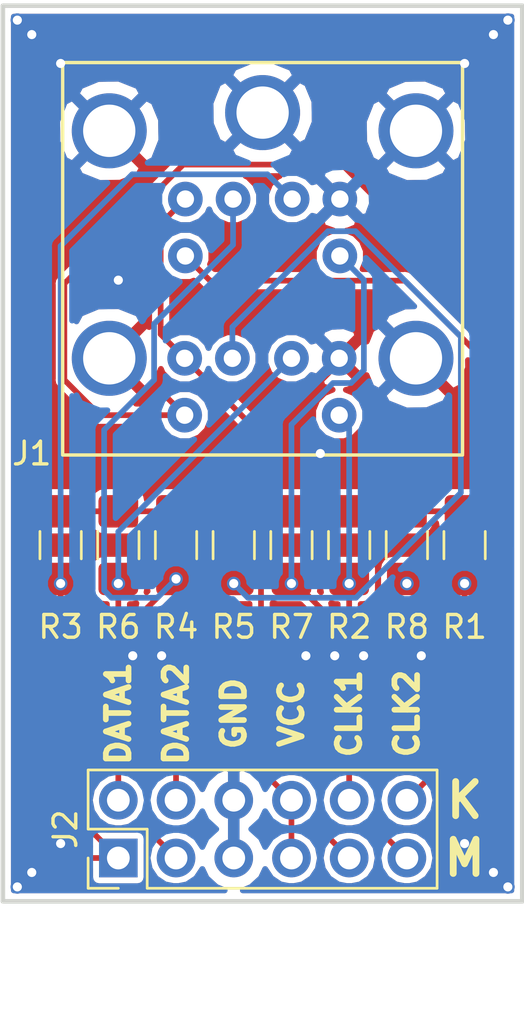
<source format=kicad_pcb>
(kicad_pcb (version 20171130) (host pcbnew 5.0.1)

  (general
    (thickness 1.6)
    (drawings 12)
    (tracks 122)
    (zones 0)
    (modules 10)
    (nets 11)
  )

  (page USLetter)
  (title_block
    (title "PS/2 Breakout Board")
    (date 2017-07-17)
    (rev 1)
    (company "Ryan Pavlik")
  )

  (layers
    (0 F.Cu signal)
    (31 B.Cu signal)
    (32 B.Adhes user)
    (33 F.Adhes user)
    (34 B.Paste user)
    (35 F.Paste user)
    (36 B.SilkS user)
    (37 F.SilkS user)
    (38 B.Mask user)
    (39 F.Mask user)
    (40 Dwgs.User user)
    (41 Cmts.User user)
    (42 Eco1.User user)
    (43 Eco2.User user)
    (44 Edge.Cuts user)
    (45 Margin user)
    (46 B.CrtYd user)
    (47 F.CrtYd user)
    (48 B.Fab user)
    (49 F.Fab user)
  )

  (setup
    (last_trace_width 0.25)
    (trace_clearance 0.2)
    (zone_clearance 0.254)
    (zone_45_only no)
    (trace_min 0.11)
    (segment_width 0.2)
    (edge_width 0.15)
    (via_size 0.6)
    (via_drill 0.4)
    (via_min_size 0.4572)
    (via_min_drill 0.2032)
    (uvia_size 0.3)
    (uvia_drill 0.1)
    (uvias_allowed no)
    (uvia_min_size 0.0254)
    (uvia_min_drill 0.0254)
    (pcb_text_width 0.3)
    (pcb_text_size 1.5 1.5)
    (mod_edge_width 0.15)
    (mod_text_size 1 1)
    (mod_text_width 0.15)
    (pad_size 1.524 1.524)
    (pad_drill 0.762)
    (pad_to_mask_clearance 0.11)
    (solder_mask_min_width 0.11)
    (aux_axis_origin 0 0)
    (visible_elements 7FFFFF7F)
    (pcbplotparams
      (layerselection 0x010f0_ffffffff)
      (usegerberextensions false)
      (usegerberattributes false)
      (usegerberadvancedattributes false)
      (creategerberjobfile false)
      (excludeedgelayer true)
      (linewidth 0.100000)
      (plotframeref false)
      (viasonmask false)
      (mode 1)
      (useauxorigin false)
      (hpglpennumber 1)
      (hpglpenspeed 20)
      (hpglpendiameter 15.000000)
      (psnegative false)
      (psa4output false)
      (plotreference true)
      (plotvalue true)
      (plotinvisibletext false)
      (padsonsilk false)
      (subtractmaskfromsilk false)
      (outputformat 1)
      (mirror false)
      (drillshape 0)
      (scaleselection 1)
      (outputdirectory "DUALps2-breakout-gerbers"))
  )

  (net 0 "")
  (net 1 K_VCC)
  (net 2 M_CLK2)
  (net 3 M_CLK1)
  (net 4 K_DATA1)
  (net 5 K_DATA2)
  (net 6 M_DATA2)
  (net 7 M_DATA1)
  (net 8 K_CLK1)
  (net 9 K_CLK2)
  (net 10 K_GND)

  (net_class Default "This is the default net class."
    (clearance 0.2)
    (trace_width 0.25)
    (via_dia 0.6)
    (via_drill 0.4)
    (uvia_dia 0.3)
    (uvia_drill 0.1)
    (add_net K_CLK1)
    (add_net K_CLK2)
    (add_net K_DATA1)
    (add_net K_DATA2)
    (add_net K_GND)
    (add_net K_VCC)
    (add_net M_CLK1)
    (add_net M_CLK2)
    (add_net M_DATA1)
    (add_net M_DATA2)
  )

  (module PS2_mini_din_6:DUAL-MINI-DIN-6-FULL-SHIELD (layer F.Cu) (tedit 5BF15EE7) (tstamp 5BF26E94)
    (at 166.37 124.46)
    (path /5BF217B4)
    (fp_text reference J1 (at -10.16 19.685) (layer F.SilkS)
      (effects (font (size 1 1) (thickness 0.15)))
    )
    (fp_text value Dual-Mini-DIN-6_0 (at 0.15 1.325) (layer F.Fab) hide
      (effects (font (size 1 1) (thickness 0.15)))
    )
    (fp_line (start -8.8 19.75) (end 8.8 19.75) (layer F.SilkS) (width 0.15))
    (fp_line (start -9 20) (end 9.25 20) (layer F.CrtYd) (width 0.15))
    (fp_line (start 9.25 0) (end 9.25 20) (layer F.CrtYd) (width 0.15))
    (fp_line (start -8.8 19.7) (end -8.8 2.5) (layer F.SilkS) (width 0.15))
    (fp_line (start 8.8 2.5) (end 8.8 19.7) (layer F.SilkS) (width 0.15))
    (fp_line (start -8.8 2.5) (end 8.8 2.5) (layer F.SilkS) (width 0.15))
    (fp_line (start -9 0) (end 9.25 0) (layer F.CrtYd) (width 0.15))
    (fp_line (start -9 20) (end -9 0) (layer F.CrtYd) (width 0.15))
    (pad 13 thru_hole circle (at -6.75 15.5) (size 3.3 3.3) (drill 2.3) (layers *.Cu *.Mask)
      (net 10 K_GND))
    (pad 13 thru_hole circle (at 6.75 15.5) (size 3.3 3.3) (drill 2.3) (layers *.Cu *.Mask)
      (net 10 K_GND))
    (pad 8 thru_hole circle (at -1.33 15.5) (size 1.524 1.524) (drill 0.762) (layers *.Cu *.Mask)
      (net 6 M_DATA2))
    (pad 9 thru_hole circle (at 3.37 15.5) (size 1.524 1.524) (drill 0.762) (layers *.Cu *.Mask)
      (net 10 K_GND))
    (pad 7 thru_hole circle (at 1.27 15.5) (size 1.524 1.524) (drill 0.762) (layers *.Cu *.Mask)
      (net 7 M_DATA1))
    (pad 12 thru_hole circle (at -3.43 18) (size 1.524 1.524) (drill 0.762) (layers *.Cu *.Mask)
      (net 2 M_CLK2))
    (pad 11 thru_hole circle (at 3.37 18) (size 1.524 1.524) (drill 0.762) (layers *.Cu *.Mask)
      (net 3 M_CLK1))
    (pad 10 thru_hole circle (at -3.43 15.5) (size 1.524 1.524) (drill 0.762) (layers *.Cu *.Mask)
      (net 1 K_VCC))
    (pad 13 thru_hole circle (at -6.75 5.5) (size 3.3 3.3) (drill 2.3) (layers *.Cu *.Mask)
      (net 10 K_GND))
    (pad 13 thru_hole circle (at 6.75 5.5) (size 3.3 3.3) (drill 2.3) (layers *.Cu *.Mask)
      (net 10 K_GND))
    (pad 3 thru_hole circle (at 3.4 8.5) (size 1.524 1.524) (drill 0.762) (layers *.Cu *.Mask)
      (net 10 K_GND))
    (pad 5 thru_hole circle (at 3.4 11) (size 1.524 1.524) (drill 0.762) (layers *.Cu *.Mask)
      (net 8 K_CLK1))
    (pad 4 thru_hole circle (at -3.4 8.5) (size 1.524 1.524) (drill 0.762) (layers *.Cu *.Mask)
      (net 1 K_VCC))
    (pad 6 thru_hole circle (at -3.4 11) (size 1.524 1.524) (drill 0.762) (layers *.Cu *.Mask)
      (net 9 K_CLK2))
    (pad 1 thru_hole circle (at 1.3 8.5) (size 1.524 1.524) (drill 0.762) (layers *.Cu *.Mask)
      (net 4 K_DATA1))
    (pad 2 thru_hole circle (at -1.3 8.5) (size 1.524 1.524) (drill 0.762) (layers *.Cu *.Mask)
      (net 5 K_DATA2))
    (pad 13 thru_hole circle (at 0 4.7) (size 3.3 3.3) (drill 2.3) (layers *.Cu *.Mask)
      (net 10 K_GND))
  )

  (module Connector_PinHeader_2.54mm:PinHeader_2x06_P2.54mm_Vertical (layer F.Cu) (tedit 59FED5CC) (tstamp 5BF274C1)
    (at 160.02 161.925 90)
    (descr "Through hole straight pin header, 2x06, 2.54mm pitch, double rows")
    (tags "Through hole pin header THT 2x06 2.54mm double row")
    (path /5BF2377A)
    (fp_text reference J2 (at 1.27 -2.33 90) (layer F.SilkS)
      (effects (font (size 1 1) (thickness 0.15)))
    )
    (fp_text value Conn_02x06_Odd_Even (at 1.27 15.03 90) (layer F.Fab)
      (effects (font (size 1 1) (thickness 0.15)))
    )
    (fp_line (start 0 -1.27) (end 3.81 -1.27) (layer F.Fab) (width 0.1))
    (fp_line (start 3.81 -1.27) (end 3.81 13.97) (layer F.Fab) (width 0.1))
    (fp_line (start 3.81 13.97) (end -1.27 13.97) (layer F.Fab) (width 0.1))
    (fp_line (start -1.27 13.97) (end -1.27 0) (layer F.Fab) (width 0.1))
    (fp_line (start -1.27 0) (end 0 -1.27) (layer F.Fab) (width 0.1))
    (fp_line (start -1.33 14.03) (end 3.87 14.03) (layer F.SilkS) (width 0.12))
    (fp_line (start -1.33 1.27) (end -1.33 14.03) (layer F.SilkS) (width 0.12))
    (fp_line (start 3.87 -1.33) (end 3.87 14.03) (layer F.SilkS) (width 0.12))
    (fp_line (start -1.33 1.27) (end 1.27 1.27) (layer F.SilkS) (width 0.12))
    (fp_line (start 1.27 1.27) (end 1.27 -1.33) (layer F.SilkS) (width 0.12))
    (fp_line (start 1.27 -1.33) (end 3.87 -1.33) (layer F.SilkS) (width 0.12))
    (fp_line (start -1.33 0) (end -1.33 -1.33) (layer F.SilkS) (width 0.12))
    (fp_line (start -1.33 -1.33) (end 0 -1.33) (layer F.SilkS) (width 0.12))
    (fp_line (start -1.8 -1.8) (end -1.8 14.5) (layer F.CrtYd) (width 0.05))
    (fp_line (start -1.8 14.5) (end 4.35 14.5) (layer F.CrtYd) (width 0.05))
    (fp_line (start 4.35 14.5) (end 4.35 -1.8) (layer F.CrtYd) (width 0.05))
    (fp_line (start 4.35 -1.8) (end -1.8 -1.8) (layer F.CrtYd) (width 0.05))
    (fp_text user %R (at 1.27 6.35 180) (layer F.Fab)
      (effects (font (size 1 1) (thickness 0.15)))
    )
    (pad 1 thru_hole rect (at 0 0 90) (size 1.7 1.7) (drill 1) (layers *.Cu *.Mask)
      (net 4 K_DATA1))
    (pad 2 thru_hole oval (at 2.54 0 90) (size 1.7 1.7) (drill 1) (layers *.Cu *.Mask)
      (net 7 M_DATA1))
    (pad 3 thru_hole oval (at 0 2.54 90) (size 1.7 1.7) (drill 1) (layers *.Cu *.Mask)
      (net 5 K_DATA2))
    (pad 4 thru_hole oval (at 2.54 2.54 90) (size 1.7 1.7) (drill 1) (layers *.Cu *.Mask)
      (net 6 M_DATA2))
    (pad 5 thru_hole oval (at 0 5.08 90) (size 1.7 1.7) (drill 1) (layers *.Cu *.Mask)
      (net 10 K_GND))
    (pad 6 thru_hole oval (at 2.54 5.08 90) (size 1.7 1.7) (drill 1) (layers *.Cu *.Mask)
      (net 10 K_GND))
    (pad 7 thru_hole oval (at 0 7.62 90) (size 1.7 1.7) (drill 1) (layers *.Cu *.Mask)
      (net 1 K_VCC))
    (pad 8 thru_hole oval (at 2.54 7.62 90) (size 1.7 1.7) (drill 1) (layers *.Cu *.Mask)
      (net 1 K_VCC))
    (pad 9 thru_hole oval (at 0 10.16 90) (size 1.7 1.7) (drill 1) (layers *.Cu *.Mask)
      (net 8 K_CLK1))
    (pad 10 thru_hole oval (at 2.54 10.16 90) (size 1.7 1.7) (drill 1) (layers *.Cu *.Mask)
      (net 3 M_CLK1))
    (pad 11 thru_hole oval (at 0 12.7 90) (size 1.7 1.7) (drill 1) (layers *.Cu *.Mask)
      (net 9 K_CLK2))
    (pad 12 thru_hole oval (at 2.54 12.7 90) (size 1.7 1.7) (drill 1) (layers *.Cu *.Mask)
      (net 2 M_CLK2))
    (model ${KISYS3DMOD}/Connector_PinHeader_2.54mm.3dshapes/PinHeader_2x06_P2.54mm_Vertical.wrl
      (at (xyz 0 0 0))
      (scale (xyz 1 1 1))
      (rotate (xyz 0 0 0))
    )
  )

  (module Resistor_SMD:R_1206_3216Metric_Pad1.42x1.75mm_HandSolder (layer F.Cu) (tedit 5B301BBD) (tstamp 5BF26E77)
    (at 172.72 148.1725 270)
    (descr "Resistor SMD 1206 (3216 Metric), square (rectangular) end terminal, IPC_7351 nominal with elongated pad for handsoldering. (Body size source: http://www.tortai-tech.com/upload/download/2011102023233369053.pdf), generated with kicad-footprint-generator")
    (tags "resistor handsolder")
    (path /5BF24985)
    (attr smd)
    (fp_text reference R8 (at 3.5925 0) (layer F.SilkS)
      (effects (font (size 1 1) (thickness 0.15)))
    )
    (fp_text value 10k (at 0 1.82 270) (layer F.Fab)
      (effects (font (size 1 1) (thickness 0.15)))
    )
    (fp_text user %R (at 0 0 270) (layer F.Fab)
      (effects (font (size 0.8 0.8) (thickness 0.12)))
    )
    (fp_line (start 2.45 1.12) (end -2.45 1.12) (layer F.CrtYd) (width 0.05))
    (fp_line (start 2.45 -1.12) (end 2.45 1.12) (layer F.CrtYd) (width 0.05))
    (fp_line (start -2.45 -1.12) (end 2.45 -1.12) (layer F.CrtYd) (width 0.05))
    (fp_line (start -2.45 1.12) (end -2.45 -1.12) (layer F.CrtYd) (width 0.05))
    (fp_line (start -0.602064 0.91) (end 0.602064 0.91) (layer F.SilkS) (width 0.12))
    (fp_line (start -0.602064 -0.91) (end 0.602064 -0.91) (layer F.SilkS) (width 0.12))
    (fp_line (start 1.6 0.8) (end -1.6 0.8) (layer F.Fab) (width 0.1))
    (fp_line (start 1.6 -0.8) (end 1.6 0.8) (layer F.Fab) (width 0.1))
    (fp_line (start -1.6 -0.8) (end 1.6 -0.8) (layer F.Fab) (width 0.1))
    (fp_line (start -1.6 0.8) (end -1.6 -0.8) (layer F.Fab) (width 0.1))
    (pad 2 smd roundrect (at 1.4875 0 270) (size 1.425 1.75) (layers F.Cu F.Paste F.Mask) (roundrect_rratio 0.175439)
      (net 9 K_CLK2))
    (pad 1 smd roundrect (at -1.4875 0 270) (size 1.425 1.75) (layers F.Cu F.Paste F.Mask) (roundrect_rratio 0.175439)
      (net 1 K_VCC))
    (model ${KISYS3DMOD}/Resistor_SMD.3dshapes/R_1206_3216Metric.wrl
      (at (xyz 0 0 0))
      (scale (xyz 1 1 1))
      (rotate (xyz 0 0 0))
    )
  )

  (module Resistor_SMD:R_1206_3216Metric_Pad1.42x1.75mm_HandSolder (layer F.Cu) (tedit 5B301BBD) (tstamp 5BF26E66)
    (at 167.64 148.1725 270)
    (descr "Resistor SMD 1206 (3216 Metric), square (rectangular) end terminal, IPC_7351 nominal with elongated pad for handsoldering. (Body size source: http://www.tortai-tech.com/upload/download/2011102023233369053.pdf), generated with kicad-footprint-generator")
    (tags "resistor handsolder")
    (path /5BF2497F)
    (attr smd)
    (fp_text reference R7 (at 3.5925 0) (layer F.SilkS)
      (effects (font (size 1 1) (thickness 0.15)))
    )
    (fp_text value 10k (at 0 1.82 270) (layer F.Fab)
      (effects (font (size 1 1) (thickness 0.15)))
    )
    (fp_line (start -1.6 0.8) (end -1.6 -0.8) (layer F.Fab) (width 0.1))
    (fp_line (start -1.6 -0.8) (end 1.6 -0.8) (layer F.Fab) (width 0.1))
    (fp_line (start 1.6 -0.8) (end 1.6 0.8) (layer F.Fab) (width 0.1))
    (fp_line (start 1.6 0.8) (end -1.6 0.8) (layer F.Fab) (width 0.1))
    (fp_line (start -0.602064 -0.91) (end 0.602064 -0.91) (layer F.SilkS) (width 0.12))
    (fp_line (start -0.602064 0.91) (end 0.602064 0.91) (layer F.SilkS) (width 0.12))
    (fp_line (start -2.45 1.12) (end -2.45 -1.12) (layer F.CrtYd) (width 0.05))
    (fp_line (start -2.45 -1.12) (end 2.45 -1.12) (layer F.CrtYd) (width 0.05))
    (fp_line (start 2.45 -1.12) (end 2.45 1.12) (layer F.CrtYd) (width 0.05))
    (fp_line (start 2.45 1.12) (end -2.45 1.12) (layer F.CrtYd) (width 0.05))
    (fp_text user %R (at 0 0 270) (layer F.Fab)
      (effects (font (size 0.8 0.8) (thickness 0.12)))
    )
    (pad 1 smd roundrect (at -1.4875 0 270) (size 1.425 1.75) (layers F.Cu F.Paste F.Mask) (roundrect_rratio 0.175439)
      (net 1 K_VCC))
    (pad 2 smd roundrect (at 1.4875 0 270) (size 1.425 1.75) (layers F.Cu F.Paste F.Mask) (roundrect_rratio 0.175439)
      (net 8 K_CLK1))
    (model ${KISYS3DMOD}/Resistor_SMD.3dshapes/R_1206_3216Metric.wrl
      (at (xyz 0 0 0))
      (scale (xyz 1 1 1))
      (rotate (xyz 0 0 0))
    )
  )

  (module Resistor_SMD:R_1206_3216Metric_Pad1.42x1.75mm_HandSolder (layer F.Cu) (tedit 5B301BBD) (tstamp 5BF26E55)
    (at 160.02 148.1725 270)
    (descr "Resistor SMD 1206 (3216 Metric), square (rectangular) end terminal, IPC_7351 nominal with elongated pad for handsoldering. (Body size source: http://www.tortai-tech.com/upload/download/2011102023233369053.pdf), generated with kicad-footprint-generator")
    (tags "resistor handsolder")
    (path /5BF24979)
    (attr smd)
    (fp_text reference R6 (at 3.5925 0) (layer F.SilkS)
      (effects (font (size 1 1) (thickness 0.15)))
    )
    (fp_text value 10k (at 0 1.82 270) (layer F.Fab)
      (effects (font (size 1 1) (thickness 0.15)))
    )
    (fp_text user %R (at 0 0 270) (layer F.Fab)
      (effects (font (size 0.8 0.8) (thickness 0.12)))
    )
    (fp_line (start 2.45 1.12) (end -2.45 1.12) (layer F.CrtYd) (width 0.05))
    (fp_line (start 2.45 -1.12) (end 2.45 1.12) (layer F.CrtYd) (width 0.05))
    (fp_line (start -2.45 -1.12) (end 2.45 -1.12) (layer F.CrtYd) (width 0.05))
    (fp_line (start -2.45 1.12) (end -2.45 -1.12) (layer F.CrtYd) (width 0.05))
    (fp_line (start -0.602064 0.91) (end 0.602064 0.91) (layer F.SilkS) (width 0.12))
    (fp_line (start -0.602064 -0.91) (end 0.602064 -0.91) (layer F.SilkS) (width 0.12))
    (fp_line (start 1.6 0.8) (end -1.6 0.8) (layer F.Fab) (width 0.1))
    (fp_line (start 1.6 -0.8) (end 1.6 0.8) (layer F.Fab) (width 0.1))
    (fp_line (start -1.6 -0.8) (end 1.6 -0.8) (layer F.Fab) (width 0.1))
    (fp_line (start -1.6 0.8) (end -1.6 -0.8) (layer F.Fab) (width 0.1))
    (pad 2 smd roundrect (at 1.4875 0 270) (size 1.425 1.75) (layers F.Cu F.Paste F.Mask) (roundrect_rratio 0.175439)
      (net 7 M_DATA1))
    (pad 1 smd roundrect (at -1.4875 0 270) (size 1.425 1.75) (layers F.Cu F.Paste F.Mask) (roundrect_rratio 0.175439)
      (net 1 K_VCC))
    (model ${KISYS3DMOD}/Resistor_SMD.3dshapes/R_1206_3216Metric.wrl
      (at (xyz 0 0 0))
      (scale (xyz 1 1 1))
      (rotate (xyz 0 0 0))
    )
  )

  (module Resistor_SMD:R_1206_3216Metric_Pad1.42x1.75mm_HandSolder (layer F.Cu) (tedit 5B301BBD) (tstamp 5BF26E44)
    (at 165.1 148.1725 270)
    (descr "Resistor SMD 1206 (3216 Metric), square (rectangular) end terminal, IPC_7351 nominal with elongated pad for handsoldering. (Body size source: http://www.tortai-tech.com/upload/download/2011102023233369053.pdf), generated with kicad-footprint-generator")
    (tags "resistor handsolder")
    (path /5BF24973)
    (attr smd)
    (fp_text reference R5 (at 3.5925 0) (layer F.SilkS)
      (effects (font (size 1 1) (thickness 0.15)))
    )
    (fp_text value 10k (at 0 1.82 270) (layer F.Fab)
      (effects (font (size 1 1) (thickness 0.15)))
    )
    (fp_line (start -1.6 0.8) (end -1.6 -0.8) (layer F.Fab) (width 0.1))
    (fp_line (start -1.6 -0.8) (end 1.6 -0.8) (layer F.Fab) (width 0.1))
    (fp_line (start 1.6 -0.8) (end 1.6 0.8) (layer F.Fab) (width 0.1))
    (fp_line (start 1.6 0.8) (end -1.6 0.8) (layer F.Fab) (width 0.1))
    (fp_line (start -0.602064 -0.91) (end 0.602064 -0.91) (layer F.SilkS) (width 0.12))
    (fp_line (start -0.602064 0.91) (end 0.602064 0.91) (layer F.SilkS) (width 0.12))
    (fp_line (start -2.45 1.12) (end -2.45 -1.12) (layer F.CrtYd) (width 0.05))
    (fp_line (start -2.45 -1.12) (end 2.45 -1.12) (layer F.CrtYd) (width 0.05))
    (fp_line (start 2.45 -1.12) (end 2.45 1.12) (layer F.CrtYd) (width 0.05))
    (fp_line (start 2.45 1.12) (end -2.45 1.12) (layer F.CrtYd) (width 0.05))
    (fp_text user %R (at 0 0 270) (layer F.Fab)
      (effects (font (size 0.8 0.8) (thickness 0.12)))
    )
    (pad 1 smd roundrect (at -1.4875 0 270) (size 1.425 1.75) (layers F.Cu F.Paste F.Mask) (roundrect_rratio 0.175439)
      (net 1 K_VCC))
    (pad 2 smd roundrect (at 1.4875 0 270) (size 1.425 1.75) (layers F.Cu F.Paste F.Mask) (roundrect_rratio 0.175439)
      (net 6 M_DATA2))
    (model ${KISYS3DMOD}/Resistor_SMD.3dshapes/R_1206_3216Metric.wrl
      (at (xyz 0 0 0))
      (scale (xyz 1 1 1))
      (rotate (xyz 0 0 0))
    )
  )

  (module Resistor_SMD:R_1206_3216Metric_Pad1.42x1.75mm_HandSolder (layer F.Cu) (tedit 5B301BBD) (tstamp 5BF26E33)
    (at 162.56 148.1725 270)
    (descr "Resistor SMD 1206 (3216 Metric), square (rectangular) end terminal, IPC_7351 nominal with elongated pad for handsoldering. (Body size source: http://www.tortai-tech.com/upload/download/2011102023233369053.pdf), generated with kicad-footprint-generator")
    (tags "resistor handsolder")
    (path /5BF247A8)
    (attr smd)
    (fp_text reference R4 (at 3.5925 0) (layer F.SilkS)
      (effects (font (size 1 1) (thickness 0.15)))
    )
    (fp_text value 10k (at 0 1.82 270) (layer F.Fab)
      (effects (font (size 1 1) (thickness 0.15)))
    )
    (fp_text user %R (at 0 0 270) (layer F.Fab)
      (effects (font (size 0.8 0.8) (thickness 0.12)))
    )
    (fp_line (start 2.45 1.12) (end -2.45 1.12) (layer F.CrtYd) (width 0.05))
    (fp_line (start 2.45 -1.12) (end 2.45 1.12) (layer F.CrtYd) (width 0.05))
    (fp_line (start -2.45 -1.12) (end 2.45 -1.12) (layer F.CrtYd) (width 0.05))
    (fp_line (start -2.45 1.12) (end -2.45 -1.12) (layer F.CrtYd) (width 0.05))
    (fp_line (start -0.602064 0.91) (end 0.602064 0.91) (layer F.SilkS) (width 0.12))
    (fp_line (start -0.602064 -0.91) (end 0.602064 -0.91) (layer F.SilkS) (width 0.12))
    (fp_line (start 1.6 0.8) (end -1.6 0.8) (layer F.Fab) (width 0.1))
    (fp_line (start 1.6 -0.8) (end 1.6 0.8) (layer F.Fab) (width 0.1))
    (fp_line (start -1.6 -0.8) (end 1.6 -0.8) (layer F.Fab) (width 0.1))
    (fp_line (start -1.6 0.8) (end -1.6 -0.8) (layer F.Fab) (width 0.1))
    (pad 2 smd roundrect (at 1.4875 0 270) (size 1.425 1.75) (layers F.Cu F.Paste F.Mask) (roundrect_rratio 0.175439)
      (net 5 K_DATA2))
    (pad 1 smd roundrect (at -1.4875 0 270) (size 1.425 1.75) (layers F.Cu F.Paste F.Mask) (roundrect_rratio 0.175439)
      (net 1 K_VCC))
    (model ${KISYS3DMOD}/Resistor_SMD.3dshapes/R_1206_3216Metric.wrl
      (at (xyz 0 0 0))
      (scale (xyz 1 1 1))
      (rotate (xyz 0 0 0))
    )
  )

  (module Resistor_SMD:R_1206_3216Metric_Pad1.42x1.75mm_HandSolder (layer F.Cu) (tedit 5B301BBD) (tstamp 5BF26E22)
    (at 157.48 148.1725 270)
    (descr "Resistor SMD 1206 (3216 Metric), square (rectangular) end terminal, IPC_7351 nominal with elongated pad for handsoldering. (Body size source: http://www.tortai-tech.com/upload/download/2011102023233369053.pdf), generated with kicad-footprint-generator")
    (tags "resistor handsolder")
    (path /5BF247A2)
    (attr smd)
    (fp_text reference R3 (at 3.5925 0) (layer F.SilkS)
      (effects (font (size 1 1) (thickness 0.15)))
    )
    (fp_text value 10k (at 0 1.82 270) (layer F.Fab)
      (effects (font (size 1 1) (thickness 0.15)))
    )
    (fp_line (start -1.6 0.8) (end -1.6 -0.8) (layer F.Fab) (width 0.1))
    (fp_line (start -1.6 -0.8) (end 1.6 -0.8) (layer F.Fab) (width 0.1))
    (fp_line (start 1.6 -0.8) (end 1.6 0.8) (layer F.Fab) (width 0.1))
    (fp_line (start 1.6 0.8) (end -1.6 0.8) (layer F.Fab) (width 0.1))
    (fp_line (start -0.602064 -0.91) (end 0.602064 -0.91) (layer F.SilkS) (width 0.12))
    (fp_line (start -0.602064 0.91) (end 0.602064 0.91) (layer F.SilkS) (width 0.12))
    (fp_line (start -2.45 1.12) (end -2.45 -1.12) (layer F.CrtYd) (width 0.05))
    (fp_line (start -2.45 -1.12) (end 2.45 -1.12) (layer F.CrtYd) (width 0.05))
    (fp_line (start 2.45 -1.12) (end 2.45 1.12) (layer F.CrtYd) (width 0.05))
    (fp_line (start 2.45 1.12) (end -2.45 1.12) (layer F.CrtYd) (width 0.05))
    (fp_text user %R (at 0 0 270) (layer F.Fab)
      (effects (font (size 0.8 0.8) (thickness 0.12)))
    )
    (pad 1 smd roundrect (at -1.4875 0 270) (size 1.425 1.75) (layers F.Cu F.Paste F.Mask) (roundrect_rratio 0.175439)
      (net 1 K_VCC))
    (pad 2 smd roundrect (at 1.4875 0 270) (size 1.425 1.75) (layers F.Cu F.Paste F.Mask) (roundrect_rratio 0.175439)
      (net 4 K_DATA1))
    (model ${KISYS3DMOD}/Resistor_SMD.3dshapes/R_1206_3216Metric.wrl
      (at (xyz 0 0 0))
      (scale (xyz 1 1 1))
      (rotate (xyz 0 0 0))
    )
  )

  (module Resistor_SMD:R_1206_3216Metric_Pad1.42x1.75mm_HandSolder (layer F.Cu) (tedit 5B301BBD) (tstamp 5BF26E11)
    (at 170.18 148.1725 270)
    (descr "Resistor SMD 1206 (3216 Metric), square (rectangular) end terminal, IPC_7351 nominal with elongated pad for handsoldering. (Body size source: http://www.tortai-tech.com/upload/download/2011102023233369053.pdf), generated with kicad-footprint-generator")
    (tags "resistor handsolder")
    (path /5BF2424B)
    (attr smd)
    (fp_text reference R2 (at 3.5925 0) (layer F.SilkS)
      (effects (font (size 1 1) (thickness 0.15)))
    )
    (fp_text value 10k (at 0 1.82 270) (layer F.Fab)
      (effects (font (size 1 1) (thickness 0.15)))
    )
    (fp_text user %R (at 0 0 270) (layer F.Fab)
      (effects (font (size 0.8 0.8) (thickness 0.12)))
    )
    (fp_line (start 2.45 1.12) (end -2.45 1.12) (layer F.CrtYd) (width 0.05))
    (fp_line (start 2.45 -1.12) (end 2.45 1.12) (layer F.CrtYd) (width 0.05))
    (fp_line (start -2.45 -1.12) (end 2.45 -1.12) (layer F.CrtYd) (width 0.05))
    (fp_line (start -2.45 1.12) (end -2.45 -1.12) (layer F.CrtYd) (width 0.05))
    (fp_line (start -0.602064 0.91) (end 0.602064 0.91) (layer F.SilkS) (width 0.12))
    (fp_line (start -0.602064 -0.91) (end 0.602064 -0.91) (layer F.SilkS) (width 0.12))
    (fp_line (start 1.6 0.8) (end -1.6 0.8) (layer F.Fab) (width 0.1))
    (fp_line (start 1.6 -0.8) (end 1.6 0.8) (layer F.Fab) (width 0.1))
    (fp_line (start -1.6 -0.8) (end 1.6 -0.8) (layer F.Fab) (width 0.1))
    (fp_line (start -1.6 0.8) (end -1.6 -0.8) (layer F.Fab) (width 0.1))
    (pad 2 smd roundrect (at 1.4875 0 270) (size 1.425 1.75) (layers F.Cu F.Paste F.Mask) (roundrect_rratio 0.175439)
      (net 3 M_CLK1))
    (pad 1 smd roundrect (at -1.4875 0 270) (size 1.425 1.75) (layers F.Cu F.Paste F.Mask) (roundrect_rratio 0.175439)
      (net 1 K_VCC))
    (model ${KISYS3DMOD}/Resistor_SMD.3dshapes/R_1206_3216Metric.wrl
      (at (xyz 0 0 0))
      (scale (xyz 1 1 1))
      (rotate (xyz 0 0 0))
    )
  )

  (module Resistor_SMD:R_1206_3216Metric_Pad1.42x1.75mm_HandSolder (layer F.Cu) (tedit 5B301BBD) (tstamp 5BF26E00)
    (at 175.26 148.1725 270)
    (descr "Resistor SMD 1206 (3216 Metric), square (rectangular) end terminal, IPC_7351 nominal with elongated pad for handsoldering. (Body size source: http://www.tortai-tech.com/upload/download/2011102023233369053.pdf), generated with kicad-footprint-generator")
    (tags "resistor handsolder")
    (path /5BF240A5)
    (attr smd)
    (fp_text reference R1 (at 3.5925 0) (layer F.SilkS)
      (effects (font (size 1 1) (thickness 0.15)))
    )
    (fp_text value 10k (at 0 1.82 270) (layer F.Fab)
      (effects (font (size 1 1) (thickness 0.15)))
    )
    (fp_line (start -1.6 0.8) (end -1.6 -0.8) (layer F.Fab) (width 0.1))
    (fp_line (start -1.6 -0.8) (end 1.6 -0.8) (layer F.Fab) (width 0.1))
    (fp_line (start 1.6 -0.8) (end 1.6 0.8) (layer F.Fab) (width 0.1))
    (fp_line (start 1.6 0.8) (end -1.6 0.8) (layer F.Fab) (width 0.1))
    (fp_line (start -0.602064 -0.91) (end 0.602064 -0.91) (layer F.SilkS) (width 0.12))
    (fp_line (start -0.602064 0.91) (end 0.602064 0.91) (layer F.SilkS) (width 0.12))
    (fp_line (start -2.45 1.12) (end -2.45 -1.12) (layer F.CrtYd) (width 0.05))
    (fp_line (start -2.45 -1.12) (end 2.45 -1.12) (layer F.CrtYd) (width 0.05))
    (fp_line (start 2.45 -1.12) (end 2.45 1.12) (layer F.CrtYd) (width 0.05))
    (fp_line (start 2.45 1.12) (end -2.45 1.12) (layer F.CrtYd) (width 0.05))
    (fp_text user %R (at 0 0 270) (layer F.Fab)
      (effects (font (size 0.8 0.8) (thickness 0.12)))
    )
    (pad 1 smd roundrect (at -1.4875 0 270) (size 1.425 1.75) (layers F.Cu F.Paste F.Mask) (roundrect_rratio 0.175439)
      (net 1 K_VCC))
    (pad 2 smd roundrect (at 1.4875 0 270) (size 1.425 1.75) (layers F.Cu F.Paste F.Mask) (roundrect_rratio 0.175439)
      (net 2 M_CLK2))
    (model ${KISYS3DMOD}/Resistor_SMD.3dshapes/R_1206_3216Metric.wrl
      (at (xyz 0 0 0))
      (scale (xyz 1 1 1))
      (rotate (xyz 0 0 0))
    )
  )

  (gr_line (start 154.94 163.83) (end 177.8 163.83) (layer Edge.Cuts) (width 0.2))
  (gr_line (start 154.94 124.46) (end 154.94 163.83) (layer Edge.Cuts) (width 0.2))
  (gr_line (start 177.8 124.46) (end 154.94 124.46) (layer Edge.Cuts) (width 0.2))
  (gr_line (start 177.8 163.83) (end 177.8 124.46) (layer Edge.Cuts) (width 0.2))
  (gr_text M (at 175.26 161.925) (layer F.SilkS)
    (effects (font (size 1.5 1.5) (thickness 0.3)))
  )
  (gr_text K (at 175.26 159.385) (layer F.SilkS)
    (effects (font (size 1.5 1.5) (thickness 0.3)))
  )
  (gr_text CLK2 (at 172.72 155.575 90) (layer F.SilkS) (tstamp 5BF27D78)
    (effects (font (size 1 1) (thickness 0.25)))
  )
  (gr_text CLK1 (at 170.18 155.575 90) (layer F.SilkS) (tstamp 5BF27D76)
    (effects (font (size 1 1) (thickness 0.25)))
  )
  (gr_text VCC (at 167.64 155.575 90) (layer F.SilkS) (tstamp 5BF27D74)
    (effects (font (size 1 1) (thickness 0.25)))
  )
  (gr_text GND (at 165.1 155.575 90) (layer F.SilkS) (tstamp 5BF27D72)
    (effects (font (size 1 1) (thickness 0.25)))
  )
  (gr_text DATA2 (at 162.56 155.575 90) (layer F.SilkS) (tstamp 5BF27D70)
    (effects (font (size 1 1) (thickness 0.25)))
  )
  (gr_text DATA1 (at 160.02 155.575 90) (layer F.SilkS)
    (effects (font (size 1 1) (thickness 0.25)))
  )

  (segment (start 157.48 146.685) (end 160.02 146.685) (width 0.25) (layer F.Cu) (net 1))
  (segment (start 160.02 146.685) (end 162.56 146.685) (width 0.25) (layer F.Cu) (net 1))
  (segment (start 162.56 146.685) (end 165.1 146.685) (width 0.25) (layer F.Cu) (net 1))
  (segment (start 165.1 146.685) (end 167.64 146.685) (width 0.25) (layer F.Cu) (net 1))
  (segment (start 167.64 146.685) (end 170.18 146.685) (width 0.25) (layer F.Cu) (net 1))
  (segment (start 170.18 146.685) (end 172.72 146.685) (width 0.25) (layer F.Cu) (net 1))
  (segment (start 172.72 146.685) (end 175.26 146.685) (width 0.25) (layer F.Cu) (net 1))
  (segment (start 167.64 161.925) (end 167.64 159.385) (width 0.25) (layer F.Cu) (net 1))
  (segment (start 166.868653 147.456347) (end 167.64 146.685) (width 0.25) (layer F.Cu) (net 1))
  (segment (start 166.30001 148.02499) (end 166.868653 147.456347) (width 0.25) (layer F.Cu) (net 1))
  (segment (start 166.30001 158.04501) (end 166.30001 148.02499) (width 0.25) (layer F.Cu) (net 1))
  (segment (start 167.64 159.385) (end 166.30001 158.04501) (width 0.25) (layer F.Cu) (net 1))
  (segment (start 163.701999 140.721999) (end 162.94 139.96) (width 0.25) (layer F.Cu) (net 1))
  (segment (start 165.871347 142.891347) (end 163.701999 140.721999) (width 0.25) (layer F.Cu) (net 1))
  (segment (start 165.871347 145.913653) (end 165.871347 142.891347) (width 0.25) (layer F.Cu) (net 1))
  (segment (start 165.1 146.685) (end 165.871347 145.913653) (width 0.25) (layer F.Cu) (net 1))
  (segment (start 162.208001 133.721999) (end 162.97 132.96) (width 0.25) (layer F.Cu) (net 1))
  (segment (start 161.882999 134.047001) (end 162.208001 133.721999) (width 0.25) (layer F.Cu) (net 1))
  (segment (start 161.882999 138.902999) (end 161.882999 134.047001) (width 0.25) (layer F.Cu) (net 1))
  (segment (start 162.94 139.96) (end 161.882999 138.902999) (width 0.25) (layer F.Cu) (net 1))
  (via (at 175.26 149.86) (size 0.6) (drill 0.4) (layers F.Cu B.Cu) (net 2))
  (segment (start 175.26 156.845) (end 175.26 149.66) (width 0.25) (layer F.Cu) (net 2))
  (segment (start 172.72 159.385) (end 175.26 156.845) (width 0.25) (layer F.Cu) (net 2))
  (segment (start 162.178001 141.698001) (end 162.94 142.46) (width 0.25) (layer F.Cu) (net 2))
  (segment (start 169.863762 131.445) (end 162.876238 131.445) (width 0.25) (layer F.Cu) (net 2))
  (segment (start 176.910019 138.491257) (end 169.863762 131.445) (width 0.25) (layer F.Cu) (net 2))
  (segment (start 176.910019 148.009981) (end 176.910019 138.491257) (width 0.25) (layer F.Cu) (net 2))
  (segment (start 175.26 149.66) (end 176.910019 148.009981) (width 0.25) (layer F.Cu) (net 2))
  (segment (start 159.196998 142.46) (end 161.86237 142.46) (width 0.25) (layer F.Cu) (net 2))
  (segment (start 161.86237 142.46) (end 162.94 142.46) (width 0.25) (layer F.Cu) (net 2))
  (segment (start 157.644999 140.908001) (end 159.196998 142.46) (width 0.25) (layer F.Cu) (net 2))
  (segment (start 157.644999 136.676239) (end 157.644999 140.908001) (width 0.25) (layer F.Cu) (net 2))
  (segment (start 162.876238 131.445) (end 157.644999 136.676239) (width 0.25) (layer F.Cu) (net 2))
  (via (at 172.72 149.86) (size 0.6) (drill 0.4) (layers F.Cu B.Cu) (net 9))
  (via (at 165.1 149.86) (size 0.6) (drill 0.4) (layers F.Cu B.Cu) (net 6))
  (via (at 162.56 149.66) (size 0.6) (drill 0.4) (layers F.Cu B.Cu) (net 5))
  (via (at 170.18 149.86) (size 0.6) (drill 0.4) (layers F.Cu B.Cu) (net 3))
  (segment (start 170.18 159.385) (end 170.18 149.86) (width 0.25) (layer F.Cu) (net 3))
  (segment (start 170.18 142.9) (end 169.74 142.46) (width 0.25) (layer B.Cu) (net 3))
  (segment (start 170.18 149.86) (end 170.18 142.9) (width 0.25) (layer B.Cu) (net 3))
  (via (at 167.64 149.86) (size 0.6) (drill 0.4) (layers F.Cu B.Cu) (net 8))
  (via (at 160.02 149.86) (size 0.6) (drill 0.4) (layers F.Cu B.Cu) (net 7))
  (via (at 157.48 149.86) (size 0.6) (drill 0.4) (layers F.Cu B.Cu) (net 4))
  (segment (start 157.48 150.284264) (end 157.48 149.86) (width 0.25) (layer F.Cu) (net 4))
  (segment (start 160.02 161.925) (end 158.92 161.925) (width 0.25) (layer F.Cu) (net 4))
  (segment (start 160.630003 131.872999) (end 166.582999 131.872999) (width 0.25) (layer B.Cu) (net 4))
  (segment (start 157.48 135.023002) (end 160.630003 131.872999) (width 0.25) (layer B.Cu) (net 4))
  (segment (start 166.908001 132.198001) (end 167.67 132.96) (width 0.25) (layer B.Cu) (net 4))
  (segment (start 166.582999 131.872999) (end 166.908001 132.198001) (width 0.25) (layer B.Cu) (net 4))
  (segment (start 157.48 149.86) (end 157.48 135.023002) (width 0.25) (layer B.Cu) (net 4))
  (segment (start 157.48 149.86) (end 157.48 159.385) (width 0.25) (layer F.Cu) (net 4))
  (segment (start 160.02 161.925) (end 157.48 159.385) (width 0.25) (layer F.Cu) (net 4))
  (segment (start 161.29 150.93) (end 161.788653 150.431347) (width 0.25) (layer F.Cu) (net 5))
  (segment (start 161.788653 150.431347) (end 162.56 149.66) (width 0.25) (layer F.Cu) (net 5))
  (segment (start 161.29 160.655) (end 161.29 150.93) (width 0.25) (layer F.Cu) (net 5))
  (segment (start 162.56 161.925) (end 161.29 160.655) (width 0.25) (layer F.Cu) (net 5))
  (segment (start 165.07 134.03763) (end 165.07 132.96) (width 0.25) (layer B.Cu) (net 5))
  (segment (start 161.595001 138.443761) (end 165.07 134.968762) (width 0.25) (layer B.Cu) (net 5))
  (segment (start 161.595001 140.908001) (end 161.595001 138.443761) (width 0.25) (layer B.Cu) (net 5))
  (segment (start 165.07 134.968762) (end 165.07 134.03763) (width 0.25) (layer B.Cu) (net 5))
  (segment (start 159.394999 143.108003) (end 161.595001 140.908001) (width 0.25) (layer B.Cu) (net 5))
  (segment (start 159.394999 150.160001) (end 159.394999 143.108003) (width 0.25) (layer B.Cu) (net 5))
  (segment (start 159.719999 150.485001) (end 159.394999 150.160001) (width 0.25) (layer B.Cu) (net 5))
  (segment (start 161.734999 150.485001) (end 159.719999 150.485001) (width 0.25) (layer B.Cu) (net 5))
  (segment (start 162.56 149.66) (end 161.734999 150.485001) (width 0.25) (layer B.Cu) (net 5))
  (segment (start 162.56 152.2) (end 165.1 149.66) (width 0.25) (layer F.Cu) (net 6))
  (segment (start 162.56 159.385) (end 162.56 152.2) (width 0.25) (layer F.Cu) (net 6))
  (segment (start 165.04 138.88237) (end 165.04 139.96) (width 0.25) (layer B.Cu) (net 6))
  (segment (start 165.04 138.581238) (end 165.04 138.88237) (width 0.25) (layer B.Cu) (net 6))
  (segment (start 169.248239 134.372999) (end 165.04 138.581238) (width 0.25) (layer B.Cu) (net 6))
  (segment (start 170.456001 134.372999) (end 169.248239 134.372999) (width 0.25) (layer B.Cu) (net 6))
  (segment (start 175.095001 139.011999) (end 170.456001 134.372999) (width 0.25) (layer B.Cu) (net 6))
  (segment (start 175.095001 145.870001) (end 175.095001 139.011999) (width 0.25) (layer B.Cu) (net 6))
  (segment (start 170.480001 150.485001) (end 175.095001 145.870001) (width 0.25) (layer B.Cu) (net 6))
  (segment (start 165.725001 150.485001) (end 170.480001 150.485001) (width 0.25) (layer B.Cu) (net 6))
  (segment (start 165.1 149.86) (end 165.725001 150.485001) (width 0.25) (layer B.Cu) (net 6))
  (segment (start 160.02 159.385) (end 160.02 149.86) (width 0.25) (layer F.Cu) (net 7))
  (segment (start 160.02 147.58) (end 167.64 139.96) (width 0.25) (layer B.Cu) (net 7))
  (segment (start 160.02 149.86) (end 160.02 147.58) (width 0.25) (layer B.Cu) (net 7))
  (segment (start 168.91 160.655) (end 168.91 150.93) (width 0.25) (layer F.Cu) (net 8))
  (segment (start 168.411347 150.431347) (end 167.64 149.66) (width 0.25) (layer F.Cu) (net 8))
  (segment (start 168.91 150.93) (end 168.411347 150.431347) (width 0.25) (layer F.Cu) (net 8))
  (segment (start 170.18 161.925) (end 168.91 160.655) (width 0.25) (layer F.Cu) (net 8))
  (segment (start 170.827001 136.517001) (end 170.531999 136.221999) (width 0.25) (layer B.Cu) (net 8))
  (segment (start 170.531999 136.221999) (end 169.77 135.46) (width 0.25) (layer B.Cu) (net 8))
  (segment (start 170.827001 140.481761) (end 170.827001 136.517001) (width 0.25) (layer B.Cu) (net 8))
  (segment (start 170.261761 141.047001) (end 170.827001 140.481761) (width 0.25) (layer B.Cu) (net 8))
  (segment (start 169.467999 141.047001) (end 170.261761 141.047001) (width 0.25) (layer B.Cu) (net 8))
  (segment (start 167.64 142.875) (end 169.467999 141.047001) (width 0.25) (layer B.Cu) (net 8))
  (segment (start 167.64 149.86) (end 167.64 142.875) (width 0.25) (layer B.Cu) (net 8))
  (segment (start 172.420001 150.159999) (end 172.72 149.86) (width 0.25) (layer F.Cu) (net 9))
  (segment (start 171.45 151.13) (end 172.420001 150.159999) (width 0.25) (layer F.Cu) (net 9))
  (segment (start 171.45 160.655) (end 171.45 151.13) (width 0.25) (layer F.Cu) (net 9))
  (segment (start 172.72 161.925) (end 171.45 160.655) (width 0.25) (layer F.Cu) (net 9))
  (segment (start 163.731999 136.221999) (end 162.97 135.46) (width 0.25) (layer F.Cu) (net 9))
  (segment (start 164.057001 136.547001) (end 163.731999 136.221999) (width 0.25) (layer F.Cu) (net 9))
  (segment (start 172.630003 136.547001) (end 164.057001 136.547001) (width 0.25) (layer F.Cu) (net 9))
  (segment (start 176.46001 140.377008) (end 172.630003 136.547001) (width 0.25) (layer F.Cu) (net 9))
  (segment (start 176.46001 147.38568) (end 176.46001 140.377008) (width 0.25) (layer F.Cu) (net 9))
  (segment (start 176.12318 147.72251) (end 176.46001 147.38568) (width 0.25) (layer F.Cu) (net 9))
  (segment (start 174.65749 147.72251) (end 176.12318 147.72251) (width 0.25) (layer F.Cu) (net 9))
  (segment (start 172.72 149.66) (end 174.65749 147.72251) (width 0.25) (layer F.Cu) (net 9))
  (via (at 155.575 163.195) (size 0.6) (drill 0.4) (layers F.Cu B.Cu) (net 10))
  (via (at 177.165 163.195) (size 0.6) (drill 0.4) (layers F.Cu B.Cu) (net 10))
  (via (at 155.575 125.095) (size 0.6) (drill 0.4) (layers F.Cu B.Cu) (net 10))
  (via (at 177.165 125.095) (size 0.6) (drill 0.4) (layers F.Cu B.Cu) (net 10))
  (via (at 156.21 125.73) (size 0.6) (drill 0.4) (layers F.Cu B.Cu) (net 10))
  (via (at 157.48 127) (size 0.6) (drill 0.4) (layers F.Cu B.Cu) (net 10))
  (via (at 156.21 162.56) (size 0.6) (drill 0.4) (layers F.Cu B.Cu) (net 10))
  (via (at 176.53 162.56) (size 0.6) (drill 0.4) (layers F.Cu B.Cu) (net 10))
  (via (at 175.26 161.29) (size 0.6) (drill 0.4) (layers F.Cu B.Cu) (net 10))
  (via (at 176.53 125.73) (size 0.6) (drill 0.4) (layers F.Cu B.Cu) (net 10))
  (via (at 175.26 127) (size 0.6) (drill 0.4) (layers F.Cu B.Cu) (net 10))
  (via (at 157.48 161.29) (size 0.6) (drill 0.4) (layers F.Cu B.Cu) (net 10))
  (via (at 173.355 153.035) (size 0.6) (drill 0.4) (layers F.Cu B.Cu) (net 10))
  (via (at 170.815 153.035) (size 0.6) (drill 0.4) (layers F.Cu B.Cu) (net 10))
  (via (at 169.545 153.035) (size 0.6) (drill 0.4) (layers F.Cu B.Cu) (net 10))
  (via (at 168.275 153.035) (size 0.6) (drill 0.4) (layers F.Cu B.Cu) (net 10))
  (via (at 161.925 153.035) (size 0.6) (drill 0.4) (layers F.Cu B.Cu) (net 10))
  (via (at 160.655 153.035) (size 0.6) (drill 0.4) (layers F.Cu B.Cu) (net 10))
  (via (at 160.02 136.525) (size 0.6) (drill 0.4) (layers F.Cu B.Cu) (net 10))
  (via (at 168.91 144.145) (size 0.6) (drill 0.4) (layers F.Cu B.Cu) (net 10))

  (zone (net 10) (net_name K_GND) (layer F.Cu) (tstamp 5BF29EC5) (hatch edge 0.508)
    (connect_pads (clearance 0.254))
    (min_thickness 0.254)
    (fill yes (arc_segments 16) (thermal_gap 0.508) (thermal_bridge_width 0.508))
    (polygon
      (pts
        (xy 154.94 124.46) (xy 177.8 124.46) (xy 177.8 163.83) (xy 154.94 163.83)
      )
    )
    (filled_polygon
      (pts
        (xy 177.319 163.349) (xy 165.499083 163.349) (xy 165.866924 163.196645) (xy 166.295183 162.806358) (xy 166.482245 162.408037)
        (xy 166.752499 162.812501) (xy 167.159688 163.084576) (xy 167.518761 163.156) (xy 167.761239 163.156) (xy 168.120312 163.084576)
        (xy 168.527501 162.812501) (xy 168.799576 162.405312) (xy 168.895116 161.925) (xy 168.799576 161.444688) (xy 168.527501 161.037499)
        (xy 168.146 160.782588) (xy 168.146 160.527412) (xy 168.404 160.355022) (xy 168.404 160.605166) (xy 168.394087 160.655)
        (xy 168.404 160.704834) (xy 168.433359 160.85243) (xy 168.545194 161.019806) (xy 168.587447 161.048038) (xy 169.014397 161.474988)
        (xy 168.924884 161.925) (xy 169.020424 162.405312) (xy 169.292499 162.812501) (xy 169.699688 163.084576) (xy 170.058761 163.156)
        (xy 170.301239 163.156) (xy 170.660312 163.084576) (xy 171.067501 162.812501) (xy 171.339576 162.405312) (xy 171.435116 161.925)
        (xy 171.339576 161.444688) (xy 171.067501 161.037499) (xy 170.660312 160.765424) (xy 170.301239 160.694) (xy 170.058761 160.694)
        (xy 169.729988 160.759397) (xy 169.416 160.445409) (xy 169.416 160.355022) (xy 169.699688 160.544576) (xy 170.058761 160.616)
        (xy 170.301239 160.616) (xy 170.660312 160.544576) (xy 170.944 160.355022) (xy 170.944 160.605166) (xy 170.934087 160.655)
        (xy 170.944 160.704834) (xy 170.973359 160.85243) (xy 171.085194 161.019806) (xy 171.127447 161.048038) (xy 171.554397 161.474988)
        (xy 171.464884 161.925) (xy 171.560424 162.405312) (xy 171.832499 162.812501) (xy 172.239688 163.084576) (xy 172.598761 163.156)
        (xy 172.841239 163.156) (xy 173.200312 163.084576) (xy 173.607501 162.812501) (xy 173.879576 162.405312) (xy 173.975116 161.925)
        (xy 173.879576 161.444688) (xy 173.607501 161.037499) (xy 173.200312 160.765424) (xy 172.841239 160.694) (xy 172.598761 160.694)
        (xy 172.269988 160.759397) (xy 171.956 160.445409) (xy 171.956 160.355022) (xy 172.239688 160.544576) (xy 172.598761 160.616)
        (xy 172.841239 160.616) (xy 173.200312 160.544576) (xy 173.607501 160.272501) (xy 173.879576 159.865312) (xy 173.975116 159.385)
        (xy 173.885603 158.934988) (xy 175.582556 157.238036) (xy 175.624806 157.209806) (xy 175.736641 157.042431) (xy 175.766 156.894835)
        (xy 175.766 156.894834) (xy 175.775913 156.845001) (xy 175.766 156.795167) (xy 175.766 150.760964) (xy 175.885 150.760964)
        (xy 176.12933 150.712364) (xy 176.336462 150.573962) (xy 176.474864 150.36683) (xy 176.523464 150.1225) (xy 176.523464 149.1975)
        (xy 176.5093 149.126292) (xy 177.232575 148.403017) (xy 177.274825 148.374787) (xy 177.319 148.308673)
      )
    )
    (filled_polygon
      (pts
        (xy 177.319001 138.192565) (xy 177.274825 138.126451) (xy 177.232574 138.09822) (xy 170.716668 131.582314) (xy 171.677291 131.582314)
        (xy 171.855379 131.916666) (xy 172.700426 132.251673) (xy 173.60935 132.237794) (xy 174.384621 131.916666) (xy 174.562709 131.582314)
        (xy 173.12 130.139605) (xy 171.677291 131.582314) (xy 170.716668 131.582314) (xy 170.256801 131.122448) (xy 170.228568 131.080194)
        (xy 170.061193 130.968359) (xy 169.913597 130.939) (xy 169.913596 130.939) (xy 169.863762 130.929087) (xy 169.813928 130.939)
        (xy 167.729252 130.939) (xy 167.812709 130.782314) (xy 166.37 129.339605) (xy 164.927291 130.782314) (xy 165.010748 130.939)
        (xy 162.926071 130.939) (xy 162.876237 130.929087) (xy 162.826403 130.939) (xy 162.678807 130.968359) (xy 162.511432 131.080194)
        (xy 162.483201 131.122445) (xy 157.322447 136.2832) (xy 157.280193 136.311433) (xy 157.168358 136.478809) (xy 157.15528 136.544556)
        (xy 157.129086 136.676239) (xy 157.138999 136.726073) (xy 157.139 140.858162) (xy 157.129086 140.908001) (xy 157.15625 141.044556)
        (xy 157.168359 141.105432) (xy 157.280194 141.272807) (xy 157.322444 141.301037) (xy 158.803961 142.782555) (xy 158.832192 142.824806)
        (xy 158.999567 142.936641) (xy 159.147163 142.966) (xy 159.196997 142.975913) (xy 159.246831 142.966) (xy 161.912417 142.966)
        (xy 161.971011 143.107458) (xy 162.292542 143.428989) (xy 162.712643 143.603) (xy 163.167357 143.603) (xy 163.587458 143.428989)
        (xy 163.908989 143.107458) (xy 164.083 142.687357) (xy 164.083 142.232643) (xy 163.908989 141.812542) (xy 163.587458 141.491011)
        (xy 163.167357 141.317) (xy 162.712643 141.317) (xy 162.571185 141.375594) (xy 162.500558 141.304967) (xy 162.375432 141.221361)
        (xy 162.178001 141.182088) (xy 161.98057 141.221361) (xy 161.813196 141.333196) (xy 161.701361 141.50057) (xy 161.662088 141.698001)
        (xy 161.701361 141.895432) (xy 161.740495 141.954) (xy 160.794489 141.954) (xy 160.884621 141.916666) (xy 161.062709 141.582314)
        (xy 159.62 140.139605) (xy 159.605858 140.153748) (xy 159.426253 139.974143) (xy 159.440395 139.96) (xy 159.426253 139.945858)
        (xy 159.605858 139.766253) (xy 159.62 139.780395) (xy 161.062709 138.337686) (xy 160.884621 138.003334) (xy 160.039574 137.668327)
        (xy 159.13065 137.682206) (xy 158.355379 138.003334) (xy 158.177292 138.337684) (xy 158.150999 138.311391) (xy 158.150999 136.88583)
        (xy 161.833582 133.203248) (xy 161.885594 133.328815) (xy 161.885446 133.328963) (xy 161.885443 133.328965) (xy 161.560444 133.653965)
        (xy 161.518194 133.682195) (xy 161.465801 133.760608) (xy 161.406359 133.84957) (xy 161.367086 134.047001) (xy 161.377 134.09684)
        (xy 161.376999 138.589029) (xy 161.242314 138.517291) (xy 159.799605 139.96) (xy 161.242314 141.402709) (xy 161.576666 141.224621)
        (xy 161.89453 140.422816) (xy 161.971011 140.607458) (xy 162.292542 140.928989) (xy 162.712643 141.103) (xy 163.167357 141.103)
        (xy 163.308815 141.044407) (xy 163.379441 141.115033) (xy 163.379444 141.115035) (xy 165.365348 143.10094) (xy 165.365347 145.584036)
        (xy 164.475 145.584036) (xy 164.23067 145.632636) (xy 164.023538 145.771038) (xy 163.885136 145.97817) (xy 163.845189 146.179)
        (xy 163.814811 146.179) (xy 163.774864 145.97817) (xy 163.636462 145.771038) (xy 163.42933 145.632636) (xy 163.185 145.584036)
        (xy 161.935 145.584036) (xy 161.69067 145.632636) (xy 161.483538 145.771038) (xy 161.345136 145.97817) (xy 161.305189 146.179)
        (xy 161.274811 146.179) (xy 161.234864 145.97817) (xy 161.096462 145.771038) (xy 160.88933 145.632636) (xy 160.645 145.584036)
        (xy 159.395 145.584036) (xy 159.15067 145.632636) (xy 158.943538 145.771038) (xy 158.805136 145.97817) (xy 158.765189 146.179)
        (xy 158.734811 146.179) (xy 158.694864 145.97817) (xy 158.556462 145.771038) (xy 158.34933 145.632636) (xy 158.105 145.584036)
        (xy 156.855 145.584036) (xy 156.61067 145.632636) (xy 156.403538 145.771038) (xy 156.265136 145.97817) (xy 156.216536 146.2225)
        (xy 156.216536 147.1475) (xy 156.265136 147.39183) (xy 156.403538 147.598962) (xy 156.61067 147.737364) (xy 156.855 147.785964)
        (xy 158.105 147.785964) (xy 158.34933 147.737364) (xy 158.556462 147.598962) (xy 158.694864 147.39183) (xy 158.734811 147.191)
        (xy 158.765189 147.191) (xy 158.805136 147.39183) (xy 158.943538 147.598962) (xy 159.15067 147.737364) (xy 159.395 147.785964)
        (xy 160.645 147.785964) (xy 160.88933 147.737364) (xy 161.096462 147.598962) (xy 161.234864 147.39183) (xy 161.274811 147.191)
        (xy 161.305189 147.191) (xy 161.345136 147.39183) (xy 161.483538 147.598962) (xy 161.69067 147.737364) (xy 161.935 147.785964)
        (xy 163.185 147.785964) (xy 163.42933 147.737364) (xy 163.636462 147.598962) (xy 163.774864 147.39183) (xy 163.814811 147.191)
        (xy 163.845189 147.191) (xy 163.885136 147.39183) (xy 164.023538 147.598962) (xy 164.23067 147.737364) (xy 164.475 147.785964)
        (xy 165.725 147.785964) (xy 165.870501 147.757022) (xy 165.82337 147.827559) (xy 165.784097 148.02499) (xy 165.794011 148.074829)
        (xy 165.794011 148.572763) (xy 165.725 148.559036) (xy 164.475 148.559036) (xy 164.23067 148.607636) (xy 164.023538 148.746038)
        (xy 163.885136 148.95317) (xy 163.836536 149.1975) (xy 163.836536 150.1225) (xy 163.8507 150.193708) (xy 163.79902 150.245388)
        (xy 163.823464 150.1225) (xy 163.823464 149.1975) (xy 163.774864 148.95317) (xy 163.636462 148.746038) (xy 163.42933 148.607636)
        (xy 163.185 148.559036) (xy 161.935 148.559036) (xy 161.69067 148.607636) (xy 161.483538 148.746038) (xy 161.345136 148.95317)
        (xy 161.296536 149.1975) (xy 161.296536 150.1225) (xy 161.3107 150.193708) (xy 161.25902 150.245388) (xy 161.283464 150.1225)
        (xy 161.283464 149.1975) (xy 161.234864 148.95317) (xy 161.096462 148.746038) (xy 160.88933 148.607636) (xy 160.645 148.559036)
        (xy 159.395 148.559036) (xy 159.15067 148.607636) (xy 158.943538 148.746038) (xy 158.805136 148.95317) (xy 158.756536 149.1975)
        (xy 158.756536 150.1225) (xy 158.805136 150.36683) (xy 158.943538 150.573962) (xy 159.15067 150.712364) (xy 159.395 150.760964)
        (xy 159.514001 150.760964) (xy 159.514 158.242588) (xy 159.132499 158.497499) (xy 158.860424 158.904688) (xy 158.764884 159.385)
        (xy 158.860424 159.865312) (xy 159.132499 160.272501) (xy 159.539688 160.544576) (xy 159.898761 160.616) (xy 160.141239 160.616)
        (xy 160.500312 160.544576) (xy 160.784 160.355022) (xy 160.784 160.605166) (xy 160.774087 160.655) (xy 160.78036 160.686536)
        (xy 159.497128 160.686536) (xy 157.986 159.175409) (xy 157.986 150.760964) (xy 158.105 150.760964) (xy 158.34933 150.712364)
        (xy 158.556462 150.573962) (xy 158.694864 150.36683) (xy 158.743464 150.1225) (xy 158.743464 149.1975) (xy 158.694864 148.95317)
        (xy 158.556462 148.746038) (xy 158.34933 148.607636) (xy 158.105 148.559036) (xy 156.855 148.559036) (xy 156.61067 148.607636)
        (xy 156.403538 148.746038) (xy 156.265136 148.95317) (xy 156.216536 149.1975) (xy 156.216536 150.1225) (xy 156.265136 150.36683)
        (xy 156.403538 150.573962) (xy 156.61067 150.712364) (xy 156.855 150.760964) (xy 156.974 150.760964) (xy 156.974001 159.335161)
        (xy 156.964087 159.385) (xy 156.98935 159.512) (xy 157.00336 159.582431) (xy 157.115195 159.749806) (xy 157.157446 159.778037)
        (xy 158.781536 161.402128) (xy 158.781536 161.43663) (xy 158.722569 161.448359) (xy 158.555194 161.560194) (xy 158.443359 161.727569)
        (xy 158.404087 161.925) (xy 158.443359 162.122431) (xy 158.555194 162.289806) (xy 158.722569 162.401641) (xy 158.781536 162.41337)
        (xy 158.781536 162.775) (xy 158.811106 162.923659) (xy 158.895314 163.049686) (xy 159.021341 163.133894) (xy 159.17 163.163464)
        (xy 160.87 163.163464) (xy 161.018659 163.133894) (xy 161.144686 163.049686) (xy 161.228894 162.923659) (xy 161.258464 162.775)
        (xy 161.258464 161.339055) (xy 161.394397 161.474988) (xy 161.304884 161.925) (xy 161.400424 162.405312) (xy 161.672499 162.812501)
        (xy 162.079688 163.084576) (xy 162.438761 163.156) (xy 162.681239 163.156) (xy 163.040312 163.084576) (xy 163.447501 162.812501)
        (xy 163.717755 162.408037) (xy 163.904817 162.806358) (xy 164.333076 163.196645) (xy 164.700917 163.349) (xy 155.421 163.349)
        (xy 155.421 131.582314) (xy 158.177291 131.582314) (xy 158.355379 131.916666) (xy 159.200426 132.251673) (xy 160.10935 132.237794)
        (xy 160.884621 131.916666) (xy 161.062709 131.582314) (xy 159.62 130.139605) (xy 158.177291 131.582314) (xy 155.421 131.582314)
        (xy 155.421 129.540426) (xy 157.328327 129.540426) (xy 157.342206 130.44935) (xy 157.663334 131.224621) (xy 157.997686 131.402709)
        (xy 159.440395 129.96) (xy 159.799605 129.96) (xy 161.242314 131.402709) (xy 161.576666 131.224621) (xy 161.911673 130.379574)
        (xy 161.897794 129.47065) (xy 161.595326 128.740426) (xy 164.078327 128.740426) (xy 164.092206 129.64935) (xy 164.413334 130.424621)
        (xy 164.747686 130.602709) (xy 166.190395 129.16) (xy 166.549605 129.16) (xy 167.992314 130.602709) (xy 168.326666 130.424621)
        (xy 168.661673 129.579574) (xy 168.661076 129.540426) (xy 170.828327 129.540426) (xy 170.842206 130.44935) (xy 171.163334 131.224621)
        (xy 171.497686 131.402709) (xy 172.940395 129.96) (xy 173.299605 129.96) (xy 174.742314 131.402709) (xy 175.076666 131.224621)
        (xy 175.411673 130.379574) (xy 175.397794 129.47065) (xy 175.076666 128.695379) (xy 174.742314 128.517291) (xy 173.299605 129.96)
        (xy 172.940395 129.96) (xy 171.497686 128.517291) (xy 171.163334 128.695379) (xy 170.828327 129.540426) (xy 168.661076 129.540426)
        (xy 168.647794 128.67065) (xy 168.509876 128.337686) (xy 171.677291 128.337686) (xy 173.12 129.780395) (xy 174.562709 128.337686)
        (xy 174.384621 128.003334) (xy 173.539574 127.668327) (xy 172.63065 127.682206) (xy 171.855379 128.003334) (xy 171.677291 128.337686)
        (xy 168.509876 128.337686) (xy 168.326666 127.895379) (xy 167.992314 127.717291) (xy 166.549605 129.16) (xy 166.190395 129.16)
        (xy 164.747686 127.717291) (xy 164.413334 127.895379) (xy 164.078327 128.740426) (xy 161.595326 128.740426) (xy 161.576666 128.695379)
        (xy 161.242314 128.517291) (xy 159.799605 129.96) (xy 159.440395 129.96) (xy 157.997686 128.517291) (xy 157.663334 128.695379)
        (xy 157.328327 129.540426) (xy 155.421 129.540426) (xy 155.421 128.337686) (xy 158.177291 128.337686) (xy 159.62 129.780395)
        (xy 161.062709 128.337686) (xy 160.884621 128.003334) (xy 160.039574 127.668327) (xy 159.13065 127.682206) (xy 158.355379 128.003334)
        (xy 158.177291 128.337686) (xy 155.421 128.337686) (xy 155.421 127.537686) (xy 164.927291 127.537686) (xy 166.37 128.980395)
        (xy 167.812709 127.537686) (xy 167.634621 127.203334) (xy 166.789574 126.868327) (xy 165.88065 126.882206) (xy 165.105379 127.203334)
        (xy 164.927291 127.537686) (xy 155.421 127.537686) (xy 155.421 124.941) (xy 177.319001 124.941)
      )
    )
    (filled_polygon
      (pts
        (xy 165.79401 157.995176) (xy 165.784097 158.04501) (xy 165.791476 158.082105) (xy 165.45689 157.943524) (xy 165.227 158.064845)
        (xy 165.227 159.258) (xy 165.247 159.258) (xy 165.247 159.512) (xy 165.227 159.512) (xy 165.227 161.798)
        (xy 165.247 161.798) (xy 165.247 162.052) (xy 165.227 162.052) (xy 165.227 162.072) (xy 164.973 162.072)
        (xy 164.973 162.052) (xy 164.953 162.052) (xy 164.953 161.798) (xy 164.973 161.798) (xy 164.973 159.512)
        (xy 164.953 159.512) (xy 164.953 159.258) (xy 164.973 159.258) (xy 164.973 158.064845) (xy 164.74311 157.943524)
        (xy 164.333076 158.113355) (xy 163.904817 158.503642) (xy 163.717755 158.901963) (xy 163.447501 158.497499) (xy 163.066 158.242588)
        (xy 163.066 152.409591) (xy 164.714628 150.760964) (xy 165.725 150.760964) (xy 165.794011 150.747237)
      )
    )
    (filled_polygon
      (pts
        (xy 167.015 150.760964) (xy 168.025372 150.760964) (xy 168.088789 150.824381) (xy 168.088792 150.824383) (xy 168.404001 151.139593)
        (xy 168.404 158.414978) (xy 168.120312 158.225424) (xy 167.761239 158.154) (xy 167.518761 158.154) (xy 167.189988 158.219397)
        (xy 166.80601 157.835419) (xy 166.80601 150.719394)
      )
    )
    (filled_polygon
      (pts
        (xy 173.996536 149.1975) (xy 173.996536 150.1225) (xy 174.045136 150.36683) (xy 174.183538 150.573962) (xy 174.39067 150.712364)
        (xy 174.635 150.760964) (xy 174.754001 150.760964) (xy 174.754 156.635408) (xy 173.170012 158.219397) (xy 172.841239 158.154)
        (xy 172.598761 158.154) (xy 172.239688 158.225424) (xy 171.956 158.414978) (xy 171.956 151.339591) (xy 172.534628 150.760964)
        (xy 173.345 150.760964) (xy 173.58933 150.712364) (xy 173.796462 150.573962) (xy 173.934864 150.36683) (xy 173.983464 150.1225)
        (xy 173.983464 149.1975) (xy 173.9693 149.126292) (xy 174.02098 149.074612)
      )
    )
    (filled_polygon
      (pts
        (xy 168.965136 147.39183) (xy 169.103538 147.598962) (xy 169.31067 147.737364) (xy 169.555 147.785964) (xy 170.805 147.785964)
        (xy 171.04933 147.737364) (xy 171.256462 147.598962) (xy 171.394864 147.39183) (xy 171.434811 147.191) (xy 171.465189 147.191)
        (xy 171.505136 147.39183) (xy 171.643538 147.598962) (xy 171.85067 147.737364) (xy 172.095 147.785964) (xy 173.345 147.785964)
        (xy 173.58933 147.737364) (xy 173.796462 147.598962) (xy 173.934864 147.39183) (xy 173.974811 147.191) (xy 174.005189 147.191)
        (xy 174.045136 147.39183) (xy 174.136237 147.528171) (xy 173.105373 148.559036) (xy 172.095 148.559036) (xy 171.85067 148.607636)
        (xy 171.643538 148.746038) (xy 171.505136 148.95317) (xy 171.456536 149.1975) (xy 171.456536 150.1225) (xy 171.503882 150.360526)
        (xy 171.127445 150.736964) (xy 171.085195 150.765194) (xy 171.045648 150.824381) (xy 170.97336 150.932569) (xy 170.934087 151.13)
        (xy 170.944001 151.179839) (xy 170.944 158.414978) (xy 170.686 158.242588) (xy 170.686 150.760964) (xy 170.805 150.760964)
        (xy 171.04933 150.712364) (xy 171.256462 150.573962) (xy 171.394864 150.36683) (xy 171.443464 150.1225) (xy 171.443464 149.1975)
        (xy 171.394864 148.95317) (xy 171.256462 148.746038) (xy 171.04933 148.607636) (xy 170.805 148.559036) (xy 169.555 148.559036)
        (xy 169.31067 148.607636) (xy 169.103538 148.746038) (xy 168.965136 148.95317) (xy 168.916536 149.1975) (xy 168.916536 150.1225)
        (xy 168.94098 150.245389) (xy 168.8893 150.193709) (xy 168.903464 150.1225) (xy 168.903464 149.1975) (xy 168.854864 148.95317)
        (xy 168.716462 148.746038) (xy 168.50933 148.607636) (xy 168.265 148.559036) (xy 167.015 148.559036) (xy 166.80601 148.600606)
        (xy 166.80601 148.234581) (xy 167.254628 147.785964) (xy 168.265 147.785964) (xy 168.50933 147.737364) (xy 168.716462 147.598962)
        (xy 168.854864 147.39183) (xy 168.894811 147.191) (xy 168.925189 147.191)
      )
    )
    (filled_polygon
      (pts
        (xy 169.555 150.760964) (xy 169.674001 150.760964) (xy 169.674 158.242588) (xy 169.416 158.414978) (xy 169.416 150.979834)
        (xy 169.425913 150.93) (xy 169.416 150.880165) (xy 169.386641 150.732569) (xy 169.382716 150.726695)
      )
    )
    (filled_polygon
      (pts
        (xy 160.81336 150.732569) (xy 160.774087 150.93) (xy 160.784001 150.979839) (xy 160.784 158.414978) (xy 160.526 158.242588)
        (xy 160.526 150.760964) (xy 160.645 150.760964) (xy 160.817285 150.726695)
      )
    )
    (filled_polygon
      (pts
        (xy 162.237446 151.806963) (xy 162.195195 151.835194) (xy 162.08336 152.002569) (xy 162.044087 152.2) (xy 162.054001 152.249839)
        (xy 162.054 158.242588) (xy 161.796 158.414978) (xy 161.796 151.139591) (xy 162.174628 150.760964) (xy 163.185 150.760964)
        (xy 163.307888 150.73652)
      )
    )
    (filled_polygon
      (pts
        (xy 162.742643 136.603) (xy 163.197357 136.603) (xy 163.338815 136.544407) (xy 163.663964 136.869556) (xy 163.692195 136.911807)
        (xy 163.85957 137.023642) (xy 164.007166 137.053001) (xy 164.057 137.062914) (xy 164.106834 137.053001) (xy 172.420412 137.053001)
        (xy 173.043316 137.675905) (xy 172.63065 137.682206) (xy 171.855379 138.003334) (xy 171.677291 138.337686) (xy 173.12 139.780395)
        (xy 173.134143 139.766253) (xy 173.313748 139.945858) (xy 173.299605 139.96) (xy 174.742314 141.402709) (xy 175.076666 141.224621)
        (xy 175.411673 140.379574) (xy 175.406474 140.039063) (xy 175.954011 140.586601) (xy 175.95401 145.597763) (xy 175.885 145.584036)
        (xy 174.635 145.584036) (xy 174.39067 145.632636) (xy 174.183538 145.771038) (xy 174.045136 145.97817) (xy 174.005189 146.179)
        (xy 173.974811 146.179) (xy 173.934864 145.97817) (xy 173.796462 145.771038) (xy 173.58933 145.632636) (xy 173.345 145.584036)
        (xy 172.095 145.584036) (xy 171.85067 145.632636) (xy 171.643538 145.771038) (xy 171.505136 145.97817) (xy 171.465189 146.179)
        (xy 171.434811 146.179) (xy 171.394864 145.97817) (xy 171.256462 145.771038) (xy 171.04933 145.632636) (xy 170.805 145.584036)
        (xy 169.555 145.584036) (xy 169.31067 145.632636) (xy 169.103538 145.771038) (xy 168.965136 145.97817) (xy 168.925189 146.179)
        (xy 168.894811 146.179) (xy 168.854864 145.97817) (xy 168.716462 145.771038) (xy 168.50933 145.632636) (xy 168.265 145.584036)
        (xy 167.015 145.584036) (xy 166.77067 145.632636) (xy 166.563538 145.771038) (xy 166.425136 145.97817) (xy 166.385189 146.179)
        (xy 166.354811 146.179) (xy 166.342836 146.118795) (xy 166.347988 146.111084) (xy 166.377347 145.963488) (xy 166.377347 145.963487)
        (xy 166.38726 145.913654) (xy 166.377347 145.86382) (xy 166.377347 142.94118) (xy 166.38726 142.891346) (xy 166.374024 142.824805)
        (xy 166.347988 142.693916) (xy 166.236153 142.526541) (xy 166.193902 142.49831) (xy 165.928235 142.232643) (xy 168.597 142.232643)
        (xy 168.597 142.687357) (xy 168.771011 143.107458) (xy 169.092542 143.428989) (xy 169.512643 143.603) (xy 169.967357 143.603)
        (xy 170.387458 143.428989) (xy 170.708989 143.107458) (xy 170.883 142.687357) (xy 170.883 142.232643) (xy 170.708989 141.812542)
        (xy 170.478761 141.582314) (xy 171.677291 141.582314) (xy 171.855379 141.916666) (xy 172.700426 142.251673) (xy 173.60935 142.237794)
        (xy 174.384621 141.916666) (xy 174.562709 141.582314) (xy 173.12 140.139605) (xy 171.677291 141.582314) (xy 170.478761 141.582314)
        (xy 170.387458 141.491011) (xy 170.03277 141.344095) (xy 170.087368 141.341362) (xy 170.471143 141.182397) (xy 170.540608 140.940213)
        (xy 169.74 140.139605) (xy 168.939392 140.940213) (xy 169.008857 141.182397) (xy 169.454106 141.341247) (xy 169.092542 141.491011)
        (xy 168.771011 141.812542) (xy 168.597 142.232643) (xy 165.928235 142.232643) (xy 164.788655 141.093064) (xy 164.812643 141.103)
        (xy 165.267357 141.103) (xy 165.687458 140.928989) (xy 166.008989 140.607458) (xy 166.183 140.187357) (xy 166.183 139.732643)
        (xy 166.497 139.732643) (xy 166.497 140.187357) (xy 166.671011 140.607458) (xy 166.992542 140.928989) (xy 167.412643 141.103)
        (xy 167.867357 141.103) (xy 168.287458 140.928989) (xy 168.523587 140.69286) (xy 168.759787 140.760608) (xy 169.560395 139.96)
        (xy 169.919605 139.96) (xy 170.720213 140.760608) (xy 170.944488 140.69628) (xy 171.163334 141.224621) (xy 171.497686 141.402709)
        (xy 172.940395 139.96) (xy 171.497686 138.517291) (xy 171.163334 138.695379) (xy 170.952922 139.226139) (xy 170.720213 139.159392)
        (xy 169.919605 139.96) (xy 169.560395 139.96) (xy 168.759787 139.159392) (xy 168.523587 139.22714) (xy 168.287458 138.991011)
        (xy 168.260361 138.979787) (xy 168.939392 138.979787) (xy 169.74 139.780395) (xy 170.540608 138.979787) (xy 170.471143 138.737603)
        (xy 169.947698 138.550856) (xy 169.392632 138.578638) (xy 169.008857 138.737603) (xy 168.939392 138.979787) (xy 168.260361 138.979787)
        (xy 167.867357 138.817) (xy 167.412643 138.817) (xy 166.992542 138.991011) (xy 166.671011 139.312542) (xy 166.497 139.732643)
        (xy 166.183 139.732643) (xy 166.008989 139.312542) (xy 165.687458 138.991011) (xy 165.267357 138.817) (xy 164.812643 138.817)
        (xy 164.392542 138.991011) (xy 164.071011 139.312542) (xy 163.99 139.50812) (xy 163.908989 139.312542) (xy 163.587458 138.991011)
        (xy 163.167357 138.817) (xy 162.712643 138.817) (xy 162.571185 138.875594) (xy 162.388999 138.693408) (xy 162.388999 136.456516)
      )
    )
    (filled_polygon
      (pts
        (xy 167.022542 131.991011) (xy 166.701011 132.312542) (xy 166.527 132.732643) (xy 166.527 133.187357) (xy 166.701011 133.607458)
        (xy 167.022542 133.928989) (xy 167.442643 134.103) (xy 167.897357 134.103) (xy 168.317458 133.928989) (xy 168.553587 133.69286)
        (xy 168.789787 133.760608) (xy 169.590395 132.96) (xy 168.789787 132.159392) (xy 168.553587 132.22714) (xy 168.317458 131.991011)
        (xy 168.220863 131.951) (xy 168.977649 131.951) (xy 168.969392 131.979787) (xy 169.77 132.780395) (xy 169.784143 132.766253)
        (xy 169.963748 132.945858) (xy 169.949605 132.96) (xy 170.750213 133.760608) (xy 170.992397 133.691143) (xy 171.098082 133.394911)
        (xy 176.40402 138.70085) (xy 176.40402 139.605426) (xy 173.023042 136.224449) (xy 172.994809 136.182195) (xy 172.827434 136.07036)
        (xy 172.679838 136.041001) (xy 172.679837 136.041001) (xy 172.630003 136.031088) (xy 172.580169 136.041001) (xy 170.766516 136.041001)
        (xy 170.913 135.687357) (xy 170.913 135.232643) (xy 170.738989 134.812542) (xy 170.417458 134.491011) (xy 170.06277 134.344095)
        (xy 170.117368 134.341362) (xy 170.501143 134.182397) (xy 170.570608 133.940213) (xy 169.77 133.139605) (xy 168.969392 133.940213)
        (xy 169.038857 134.182397) (xy 169.484106 134.341247) (xy 169.122542 134.491011) (xy 168.801011 134.812542) (xy 168.627 135.232643)
        (xy 168.627 135.687357) (xy 168.773484 136.041001) (xy 164.266593 136.041001) (xy 164.054407 135.828815) (xy 164.113 135.687357)
        (xy 164.113 135.232643) (xy 163.938989 134.812542) (xy 163.617458 134.491011) (xy 163.197357 134.317) (xy 162.742643 134.317)
        (xy 162.388999 134.463484) (xy 162.388999 134.256592) (xy 162.601035 134.044557) (xy 162.601037 134.044554) (xy 162.601185 134.044406)
        (xy 162.742643 134.103) (xy 163.197357 134.103) (xy 163.617458 133.928989) (xy 163.938989 133.607458) (xy 164.02 133.41188)
        (xy 164.101011 133.607458) (xy 164.422542 133.928989) (xy 164.842643 134.103) (xy 165.297357 134.103) (xy 165.717458 133.928989)
        (xy 166.038989 133.607458) (xy 166.213 133.187357) (xy 166.213 132.732643) (xy 166.038989 132.312542) (xy 165.717458 131.991011)
        (xy 165.620863 131.951) (xy 167.119137 131.951)
      )
    )
  )
  (zone (net 10) (net_name K_GND) (layer B.Cu) (tstamp 5BF29EC2) (hatch edge 0.508)
    (connect_pads (clearance 0.254))
    (min_thickness 0.254)
    (fill yes (arc_segments 16) (thermal_gap 0.508) (thermal_bridge_width 0.508))
    (polygon
      (pts
        (xy 154.94 124.46) (xy 177.8 124.46) (xy 177.8 163.83) (xy 154.94 163.83)
      )
    )
    (filled_polygon
      (pts
        (xy 177.319 163.349) (xy 165.499083 163.349) (xy 165.866924 163.196645) (xy 166.295183 162.806358) (xy 166.482245 162.408037)
        (xy 166.752499 162.812501) (xy 167.159688 163.084576) (xy 167.518761 163.156) (xy 167.761239 163.156) (xy 168.120312 163.084576)
        (xy 168.527501 162.812501) (xy 168.799576 162.405312) (xy 168.895116 161.925) (xy 168.924884 161.925) (xy 169.020424 162.405312)
        (xy 169.292499 162.812501) (xy 169.699688 163.084576) (xy 170.058761 163.156) (xy 170.301239 163.156) (xy 170.660312 163.084576)
        (xy 171.067501 162.812501) (xy 171.339576 162.405312) (xy 171.435116 161.925) (xy 171.464884 161.925) (xy 171.560424 162.405312)
        (xy 171.832499 162.812501) (xy 172.239688 163.084576) (xy 172.598761 163.156) (xy 172.841239 163.156) (xy 173.200312 163.084576)
        (xy 173.607501 162.812501) (xy 173.879576 162.405312) (xy 173.975116 161.925) (xy 173.879576 161.444688) (xy 173.607501 161.037499)
        (xy 173.200312 160.765424) (xy 172.841239 160.694) (xy 172.598761 160.694) (xy 172.239688 160.765424) (xy 171.832499 161.037499)
        (xy 171.560424 161.444688) (xy 171.464884 161.925) (xy 171.435116 161.925) (xy 171.339576 161.444688) (xy 171.067501 161.037499)
        (xy 170.660312 160.765424) (xy 170.301239 160.694) (xy 170.058761 160.694) (xy 169.699688 160.765424) (xy 169.292499 161.037499)
        (xy 169.020424 161.444688) (xy 168.924884 161.925) (xy 168.895116 161.925) (xy 168.799576 161.444688) (xy 168.527501 161.037499)
        (xy 168.120312 160.765424) (xy 167.761239 160.694) (xy 167.518761 160.694) (xy 167.159688 160.765424) (xy 166.752499 161.037499)
        (xy 166.482245 161.441963) (xy 166.295183 161.043642) (xy 165.868729 160.655) (xy 166.295183 160.266358) (xy 166.482245 159.868037)
        (xy 166.752499 160.272501) (xy 167.159688 160.544576) (xy 167.518761 160.616) (xy 167.761239 160.616) (xy 168.120312 160.544576)
        (xy 168.527501 160.272501) (xy 168.799576 159.865312) (xy 168.895116 159.385) (xy 168.924884 159.385) (xy 169.020424 159.865312)
        (xy 169.292499 160.272501) (xy 169.699688 160.544576) (xy 170.058761 160.616) (xy 170.301239 160.616) (xy 170.660312 160.544576)
        (xy 171.067501 160.272501) (xy 171.339576 159.865312) (xy 171.435116 159.385) (xy 171.464884 159.385) (xy 171.560424 159.865312)
        (xy 171.832499 160.272501) (xy 172.239688 160.544576) (xy 172.598761 160.616) (xy 172.841239 160.616) (xy 173.200312 160.544576)
        (xy 173.607501 160.272501) (xy 173.879576 159.865312) (xy 173.975116 159.385) (xy 173.879576 158.904688) (xy 173.607501 158.497499)
        (xy 173.200312 158.225424) (xy 172.841239 158.154) (xy 172.598761 158.154) (xy 172.239688 158.225424) (xy 171.832499 158.497499)
        (xy 171.560424 158.904688) (xy 171.464884 159.385) (xy 171.435116 159.385) (xy 171.339576 158.904688) (xy 171.067501 158.497499)
        (xy 170.660312 158.225424) (xy 170.301239 158.154) (xy 170.058761 158.154) (xy 169.699688 158.225424) (xy 169.292499 158.497499)
        (xy 169.020424 158.904688) (xy 168.924884 159.385) (xy 168.895116 159.385) (xy 168.799576 158.904688) (xy 168.527501 158.497499)
        (xy 168.120312 158.225424) (xy 167.761239 158.154) (xy 167.518761 158.154) (xy 167.159688 158.225424) (xy 166.752499 158.497499)
        (xy 166.482245 158.901963) (xy 166.295183 158.503642) (xy 165.866924 158.113355) (xy 165.45689 157.943524) (xy 165.227 158.064845)
        (xy 165.227 159.258) (xy 165.247 159.258) (xy 165.247 159.512) (xy 165.227 159.512) (xy 165.227 161.798)
        (xy 165.247 161.798) (xy 165.247 162.052) (xy 165.227 162.052) (xy 165.227 162.072) (xy 164.973 162.072)
        (xy 164.973 162.052) (xy 164.953 162.052) (xy 164.953 161.798) (xy 164.973 161.798) (xy 164.973 159.512)
        (xy 164.953 159.512) (xy 164.953 159.258) (xy 164.973 159.258) (xy 164.973 158.064845) (xy 164.74311 157.943524)
        (xy 164.333076 158.113355) (xy 163.904817 158.503642) (xy 163.717755 158.901963) (xy 163.447501 158.497499) (xy 163.040312 158.225424)
        (xy 162.681239 158.154) (xy 162.438761 158.154) (xy 162.079688 158.225424) (xy 161.672499 158.497499) (xy 161.400424 158.904688)
        (xy 161.304884 159.385) (xy 161.400424 159.865312) (xy 161.672499 160.272501) (xy 162.079688 160.544576) (xy 162.438761 160.616)
        (xy 162.681239 160.616) (xy 163.040312 160.544576) (xy 163.447501 160.272501) (xy 163.717755 159.868037) (xy 163.904817 160.266358)
        (xy 164.331271 160.655) (xy 163.904817 161.043642) (xy 163.717755 161.441963) (xy 163.447501 161.037499) (xy 163.040312 160.765424)
        (xy 162.681239 160.694) (xy 162.438761 160.694) (xy 162.079688 160.765424) (xy 161.672499 161.037499) (xy 161.400424 161.444688)
        (xy 161.304884 161.925) (xy 161.400424 162.405312) (xy 161.672499 162.812501) (xy 162.079688 163.084576) (xy 162.438761 163.156)
        (xy 162.681239 163.156) (xy 163.040312 163.084576) (xy 163.447501 162.812501) (xy 163.717755 162.408037) (xy 163.904817 162.806358)
        (xy 164.333076 163.196645) (xy 164.700917 163.349) (xy 155.421 163.349) (xy 155.421 161.075) (xy 158.781536 161.075)
        (xy 158.781536 162.775) (xy 158.811106 162.923659) (xy 158.895314 163.049686) (xy 159.021341 163.133894) (xy 159.17 163.163464)
        (xy 160.87 163.163464) (xy 161.018659 163.133894) (xy 161.144686 163.049686) (xy 161.228894 162.923659) (xy 161.258464 162.775)
        (xy 161.258464 161.075) (xy 161.228894 160.926341) (xy 161.144686 160.800314) (xy 161.018659 160.716106) (xy 160.87 160.686536)
        (xy 159.17 160.686536) (xy 159.021341 160.716106) (xy 158.895314 160.800314) (xy 158.811106 160.926341) (xy 158.781536 161.075)
        (xy 155.421 161.075) (xy 155.421 159.385) (xy 158.764884 159.385) (xy 158.860424 159.865312) (xy 159.132499 160.272501)
        (xy 159.539688 160.544576) (xy 159.898761 160.616) (xy 160.141239 160.616) (xy 160.500312 160.544576) (xy 160.907501 160.272501)
        (xy 161.179576 159.865312) (xy 161.275116 159.385) (xy 161.179576 158.904688) (xy 160.907501 158.497499) (xy 160.500312 158.225424)
        (xy 160.141239 158.154) (xy 159.898761 158.154) (xy 159.539688 158.225424) (xy 159.132499 158.497499) (xy 158.860424 158.904688)
        (xy 158.764884 159.385) (xy 155.421 159.385) (xy 155.421 149.724541) (xy 156.799 149.724541) (xy 156.799 149.995459)
        (xy 156.902676 150.245756) (xy 157.094244 150.437324) (xy 157.344541 150.541) (xy 157.615459 150.541) (xy 157.865756 150.437324)
        (xy 158.057324 150.245756) (xy 158.161 149.995459) (xy 158.161 149.724541) (xy 158.057324 149.474244) (xy 157.986 149.40292)
        (xy 157.986 141.617268) (xy 158.06417 141.695438) (xy 158.177292 141.582316) (xy 158.355379 141.916666) (xy 159.200426 142.251673)
        (xy 159.540937 142.246473) (xy 159.072444 142.714966) (xy 159.030194 142.743197) (xy 158.958721 142.850165) (xy 158.918359 142.910572)
        (xy 158.879086 143.108003) (xy 158.889 143.157842) (xy 158.888999 150.110167) (xy 158.879086 150.160001) (xy 158.888999 150.209835)
        (xy 158.918358 150.357431) (xy 159.030193 150.524807) (xy 159.072446 150.553039) (xy 159.326962 150.807556) (xy 159.355193 150.849807)
        (xy 159.522568 150.961642) (xy 159.670164 150.991001) (xy 159.719998 151.000914) (xy 159.769832 150.991001) (xy 161.685165 150.991001)
        (xy 161.734999 151.000914) (xy 161.784833 150.991001) (xy 161.784834 150.991001) (xy 161.93243 150.961642) (xy 162.099805 150.849807)
        (xy 162.128037 150.807554) (xy 162.594592 150.341) (xy 162.695459 150.341) (xy 162.945756 150.237324) (xy 163.137324 150.045756)
        (xy 163.241 149.795459) (xy 163.241 149.524541) (xy 163.137324 149.274244) (xy 162.945756 149.082676) (xy 162.695459 148.979)
        (xy 162.424541 148.979) (xy 162.174244 149.082676) (xy 161.982676 149.274244) (xy 161.879 149.524541) (xy 161.879 149.625408)
        (xy 161.525408 149.979001) (xy 160.701 149.979001) (xy 160.701 149.724541) (xy 160.597324 149.474244) (xy 160.526 149.40292)
        (xy 160.526 147.789591) (xy 167.271185 141.044407) (xy 167.412643 141.103) (xy 167.867357 141.103) (xy 168.287458 140.928989)
        (xy 168.523587 140.69286) (xy 168.759787 140.760608) (xy 169.560395 139.96) (xy 168.759787 139.159392) (xy 168.523587 139.22714)
        (xy 168.287458 138.991011) (xy 167.867357 138.817) (xy 167.412643 138.817) (xy 166.992542 138.991011) (xy 166.671011 139.312542)
        (xy 166.497 139.732643) (xy 166.497 140.187357) (xy 166.555593 140.328815) (xy 164.002354 142.882055) (xy 164.083 142.687357)
        (xy 164.083 142.232643) (xy 163.908989 141.812542) (xy 163.587458 141.491011) (xy 163.167357 141.317) (xy 162.712643 141.317)
        (xy 162.292542 141.491011) (xy 161.971011 141.812542) (xy 161.797 142.232643) (xy 161.797 142.687357) (xy 161.971011 143.107458)
        (xy 162.292542 143.428989) (xy 162.712643 143.603) (xy 163.167357 143.603) (xy 163.362055 143.522354) (xy 159.900999 146.98341)
        (xy 159.900999 143.317594) (xy 161.917557 141.301037) (xy 161.959807 141.272807) (xy 162.035034 141.16022) (xy 162.071642 141.105433)
        (xy 162.110914 140.908001) (xy 162.101001 140.858166) (xy 162.101001 140.737448) (xy 162.292542 140.928989) (xy 162.712643 141.103)
        (xy 163.167357 141.103) (xy 163.587458 140.928989) (xy 163.908989 140.607458) (xy 163.99 140.41188) (xy 164.071011 140.607458)
        (xy 164.392542 140.928989) (xy 164.812643 141.103) (xy 165.267357 141.103) (xy 165.687458 140.928989) (xy 166.008989 140.607458)
        (xy 166.183 140.187357) (xy 166.183 139.732643) (xy 166.008989 139.312542) (xy 165.687458 138.991011) (xy 165.546 138.932417)
        (xy 165.546 138.790829) (xy 168.633582 135.703248) (xy 168.801011 136.107458) (xy 169.122542 136.428989) (xy 169.542643 136.603)
        (xy 169.997357 136.603) (xy 170.138815 136.544407) (xy 170.209441 136.615033) (xy 170.209444 136.615035) (xy 170.321002 136.726593)
        (xy 170.321001 138.684038) (xy 169.947698 138.550856) (xy 169.392632 138.578638) (xy 169.008857 138.737603) (xy 168.939392 138.979787)
        (xy 169.74 139.780395) (xy 169.754143 139.766253) (xy 169.933748 139.945858) (xy 169.919605 139.96) (xy 169.933748 139.974143)
        (xy 169.754143 140.153748) (xy 169.74 140.139605) (xy 169.318849 140.560756) (xy 169.270568 140.57036) (xy 169.103193 140.682195)
        (xy 169.074962 140.724446) (xy 167.317445 142.481963) (xy 167.275195 142.510194) (xy 167.230262 142.577442) (xy 167.16336 142.677569)
        (xy 167.124087 142.875) (xy 167.134001 142.924839) (xy 167.134 149.40292) (xy 167.062676 149.474244) (xy 166.959 149.724541)
        (xy 166.959 149.979001) (xy 165.934593 149.979001) (xy 165.781 149.825408) (xy 165.781 149.724541) (xy 165.677324 149.474244)
        (xy 165.485756 149.282676) (xy 165.235459 149.179) (xy 164.964541 149.179) (xy 164.714244 149.282676) (xy 164.522676 149.474244)
        (xy 164.419 149.724541) (xy 164.419 149.995459) (xy 164.522676 150.245756) (xy 164.714244 150.437324) (xy 164.964541 150.541)
        (xy 165.065408 150.541) (xy 165.331964 150.807556) (xy 165.360195 150.849807) (xy 165.52757 150.961642) (xy 165.675166 150.991001)
        (xy 165.675167 150.991001) (xy 165.725001 151.000914) (xy 165.774835 150.991001) (xy 170.430167 150.991001) (xy 170.480001 151.000914)
        (xy 170.529835 150.991001) (xy 170.529836 150.991001) (xy 170.677432 150.961642) (xy 170.844807 150.849807) (xy 170.87304 150.807553)
        (xy 172.097652 149.582941) (xy 172.039 149.724541) (xy 172.039 149.995459) (xy 172.142676 150.245756) (xy 172.334244 150.437324)
        (xy 172.584541 150.541) (xy 172.855459 150.541) (xy 173.105756 150.437324) (xy 173.297324 150.245756) (xy 173.401 149.995459)
        (xy 173.401 149.724541) (xy 174.579 149.724541) (xy 174.579 149.995459) (xy 174.682676 150.245756) (xy 174.874244 150.437324)
        (xy 175.124541 150.541) (xy 175.395459 150.541) (xy 175.645756 150.437324) (xy 175.837324 150.245756) (xy 175.941 149.995459)
        (xy 175.941 149.724541) (xy 175.837324 149.474244) (xy 175.645756 149.282676) (xy 175.395459 149.179) (xy 175.124541 149.179)
        (xy 174.874244 149.282676) (xy 174.682676 149.474244) (xy 174.579 149.724541) (xy 173.401 149.724541) (xy 173.297324 149.474244)
        (xy 173.105756 149.282676) (xy 172.855459 149.179) (xy 172.584541 149.179) (xy 172.442941 149.237652) (xy 175.417557 146.263037)
        (xy 175.459807 146.234807) (xy 175.571642 146.067432) (xy 175.601001 145.919836) (xy 175.601001 145.919835) (xy 175.610914 145.870001)
        (xy 175.601001 145.820166) (xy 175.601001 139.061834) (xy 175.610914 139.011999) (xy 175.571642 138.814567) (xy 175.492003 138.695379)
        (xy 175.459807 138.647193) (xy 175.417556 138.618962) (xy 170.84904 134.050447) (xy 170.820807 134.008193) (xy 170.653432 133.896358)
        (xy 170.505836 133.866999) (xy 170.505835 133.866999) (xy 170.495298 133.864903) (xy 169.77 133.139605) (xy 168.969392 133.940213)
        (xy 168.97193 133.949062) (xy 168.883433 134.008193) (xy 168.855202 134.050444) (xy 164.717448 138.188199) (xy 164.675194 138.216432)
        (xy 164.563359 138.383808) (xy 164.541025 138.496086) (xy 164.524087 138.581238) (xy 164.534 138.631072) (xy 164.534 138.932417)
        (xy 164.392542 138.991011) (xy 164.071011 139.312542) (xy 163.99 139.50812) (xy 163.908989 139.312542) (xy 163.587458 138.991011)
        (xy 163.167357 138.817) (xy 162.712643 138.817) (xy 162.292542 138.991011) (xy 162.101001 139.182552) (xy 162.101001 138.653352)
        (xy 165.392556 135.361798) (xy 165.434806 135.333568) (xy 165.510399 135.220433) (xy 165.546641 135.166194) (xy 165.585913 134.968762)
        (xy 165.576 134.918927) (xy 165.576 133.987583) (xy 165.717458 133.928989) (xy 166.038989 133.607458) (xy 166.213 133.187357)
        (xy 166.213 132.732643) (xy 166.066516 132.378999) (xy 166.373408 132.378999) (xy 166.585443 132.591035) (xy 166.585446 132.591037)
        (xy 166.585594 132.591185) (xy 166.527 132.732643) (xy 166.527 133.187357) (xy 166.701011 133.607458) (xy 167.022542 133.928989)
        (xy 167.442643 134.103) (xy 167.897357 134.103) (xy 168.317458 133.928989) (xy 168.553587 133.69286) (xy 168.789787 133.760608)
        (xy 169.590395 132.96) (xy 169.949605 132.96) (xy 170.750213 133.760608) (xy 170.992397 133.691143) (xy 171.179144 133.167698)
        (xy 171.151362 132.612632) (xy 170.992397 132.228857) (xy 170.750213 132.159392) (xy 169.949605 132.96) (xy 169.590395 132.96)
        (xy 168.789787 132.159392) (xy 168.553587 132.22714) (xy 168.317458 131.991011) (xy 168.290361 131.979787) (xy 168.969392 131.979787)
        (xy 169.77 132.780395) (xy 170.570608 131.979787) (xy 170.501143 131.737603) (xy 170.065874 131.582314) (xy 171.677291 131.582314)
        (xy 171.855379 131.916666) (xy 172.700426 132.251673) (xy 173.60935 132.237794) (xy 174.384621 131.916666) (xy 174.562709 131.582314)
        (xy 173.12 130.139605) (xy 171.677291 131.582314) (xy 170.065874 131.582314) (xy 169.977698 131.550856) (xy 169.422632 131.578638)
        (xy 169.038857 131.737603) (xy 168.969392 131.979787) (xy 168.290361 131.979787) (xy 167.897357 131.817) (xy 167.442643 131.817)
        (xy 167.301185 131.875594) (xy 167.301037 131.875446) (xy 167.301035 131.875443) (xy 166.976037 131.550446) (xy 166.947805 131.508193)
        (xy 166.842822 131.438046) (xy 166.85935 131.437794) (xy 167.634621 131.116666) (xy 167.812709 130.782314) (xy 166.37 129.339605)
        (xy 164.927291 130.782314) (xy 165.105379 131.116666) (xy 165.736838 131.366999) (xy 161.309358 131.366999) (xy 161.576666 131.224621)
        (xy 161.911673 130.379574) (xy 161.897794 129.47065) (xy 161.595326 128.740426) (xy 164.078327 128.740426) (xy 164.092206 129.64935)
        (xy 164.413334 130.424621) (xy 164.747686 130.602709) (xy 166.190395 129.16) (xy 166.549605 129.16) (xy 167.992314 130.602709)
        (xy 168.326666 130.424621) (xy 168.661673 129.579574) (xy 168.661076 129.540426) (xy 170.828327 129.540426) (xy 170.842206 130.44935)
        (xy 171.163334 131.224621) (xy 171.497686 131.402709) (xy 172.940395 129.96) (xy 173.299605 129.96) (xy 174.742314 131.402709)
        (xy 175.076666 131.224621) (xy 175.411673 130.379574) (xy 175.397794 129.47065) (xy 175.076666 128.695379) (xy 174.742314 128.517291)
        (xy 173.299605 129.96) (xy 172.940395 129.96) (xy 171.497686 128.517291) (xy 171.163334 128.695379) (xy 170.828327 129.540426)
        (xy 168.661076 129.540426) (xy 168.647794 128.67065) (xy 168.509876 128.337686) (xy 171.677291 128.337686) (xy 173.12 129.780395)
        (xy 174.562709 128.337686) (xy 174.384621 128.003334) (xy 173.539574 127.668327) (xy 172.63065 127.682206) (xy 171.855379 128.003334)
        (xy 171.677291 128.337686) (xy 168.509876 128.337686) (xy 168.326666 127.895379) (xy 167.992314 127.717291) (xy 166.549605 129.16)
        (xy 166.190395 129.16) (xy 164.747686 127.717291) (xy 164.413334 127.895379) (xy 164.078327 128.740426) (xy 161.595326 128.740426)
        (xy 161.576666 128.695379) (xy 161.242314 128.517291) (xy 159.799605 129.96) (xy 159.813748 129.974143) (xy 159.634143 130.153748)
        (xy 159.62 130.139605) (xy 158.177291 131.582314) (xy 158.355379 131.916666) (xy 159.200426 132.251673) (xy 159.540937 132.246474)
        (xy 157.157446 134.629965) (xy 157.115195 134.658196) (xy 157.062003 134.737805) (xy 157.00336 134.825571) (xy 156.964087 135.023002)
        (xy 156.974001 135.072841) (xy 156.974 149.40292) (xy 156.902676 149.474244) (xy 156.799 149.724541) (xy 155.421 149.724541)
        (xy 155.421 129.540426) (xy 157.328327 129.540426) (xy 157.342206 130.44935) (xy 157.663334 131.224621) (xy 157.997686 131.402709)
        (xy 159.440395 129.96) (xy 157.997686 128.517291) (xy 157.663334 128.695379) (xy 157.328327 129.540426) (xy 155.421 129.540426)
        (xy 155.421 128.337686) (xy 158.177291 128.337686) (xy 159.62 129.780395) (xy 161.062709 128.337686) (xy 160.884621 128.003334)
        (xy 160.039574 127.668327) (xy 159.13065 127.682206) (xy 158.355379 128.003334) (xy 158.177291 128.337686) (xy 155.421 128.337686)
        (xy 155.421 127.537686) (xy 164.927291 127.537686) (xy 166.37 128.980395) (xy 167.812709 127.537686) (xy 167.634621 127.203334)
        (xy 166.789574 126.868327) (xy 165.88065 126.882206) (xy 165.105379 127.203334) (xy 164.927291 127.537686) (xy 155.421 127.537686)
        (xy 155.421 124.941) (xy 177.319001 124.941)
      )
    )
    (filled_polygon
      (pts
        (xy 168.597 142.687357) (xy 168.771011 143.107458) (xy 169.092542 143.428989) (xy 169.512643 143.603) (xy 169.674001 143.603)
        (xy 169.674 149.40292) (xy 169.602676 149.474244) (xy 169.499 149.724541) (xy 169.499 149.979001) (xy 168.321 149.979001)
        (xy 168.321 149.724541) (xy 168.217324 149.474244) (xy 168.146 149.40292) (xy 168.146 143.084591) (xy 168.597 142.633591)
      )
    )
    (filled_polygon
      (pts
        (xy 173.043315 137.675905) (xy 172.63065 137.682206) (xy 171.855379 138.003334) (xy 171.677291 138.337686) (xy 173.12 139.780395)
        (xy 173.134143 139.766253) (xy 173.313748 139.945858) (xy 173.299605 139.96) (xy 173.313748 139.974143) (xy 173.134143 140.153748)
        (xy 173.12 140.139605) (xy 171.677291 141.582314) (xy 171.855379 141.916666) (xy 172.700426 142.251673) (xy 173.60935 142.237794)
        (xy 174.384621 141.916666) (xy 174.562708 141.582316) (xy 174.589002 141.60861) (xy 174.589001 145.660409) (xy 170.76255 149.486861)
        (xy 170.757324 149.474244) (xy 170.686 149.40292) (xy 170.686 143.130447) (xy 170.708989 143.107458) (xy 170.883 142.687357)
        (xy 170.883 142.232643) (xy 170.708989 141.812542) (xy 170.426577 141.53013) (xy 170.459192 141.523642) (xy 170.626567 141.411807)
        (xy 170.654799 141.369554) (xy 171.056838 140.967516) (xy 171.163334 141.224621) (xy 171.497686 141.402709) (xy 172.940395 139.96)
        (xy 171.497686 138.517291) (xy 171.333001 138.605008) (xy 171.333001 136.566836) (xy 171.342914 136.517001) (xy 171.303642 136.319569)
        (xy 171.278182 136.281466) (xy 171.191807 136.152195) (xy 171.149553 136.123962) (xy 170.925035 135.899444) (xy 170.925033 135.899441)
        (xy 170.854407 135.828815) (xy 170.913 135.687357) (xy 170.913 135.545589)
      )
    )
    (filled_polygon
      (pts
        (xy 159.813748 139.945858) (xy 159.799605 139.96) (xy 159.813748 139.974143) (xy 159.634143 140.153748) (xy 159.62 140.139605)
        (xy 159.605858 140.153748) (xy 159.426253 139.974143) (xy 159.440395 139.96) (xy 159.426253 139.945858) (xy 159.605858 139.766253)
        (xy 159.62 139.780395) (xy 159.634143 139.766253)
      )
    )
    (filled_polygon
      (pts
        (xy 161.827 132.732643) (xy 161.827 133.187357) (xy 162.001011 133.607458) (xy 162.322542 133.928989) (xy 162.742643 134.103)
        (xy 163.197357 134.103) (xy 163.617458 133.928989) (xy 163.938989 133.607458) (xy 164.02 133.41188) (xy 164.101011 133.607458)
        (xy 164.422542 133.928989) (xy 164.564 133.987583) (xy 164.564 134.087464) (xy 164.564001 134.087469) (xy 164.564 134.75917)
        (xy 164.106418 135.216752) (xy 163.938989 134.812542) (xy 163.617458 134.491011) (xy 163.197357 134.317) (xy 162.742643 134.317)
        (xy 162.322542 134.491011) (xy 162.001011 134.812542) (xy 161.827 135.232643) (xy 161.827 135.687357) (xy 162.001011 136.107458)
        (xy 162.322542 136.428989) (xy 162.726753 136.596418) (xy 161.272447 138.050724) (xy 161.230196 138.078955) (xy 161.138338 138.216432)
        (xy 161.118361 138.24633) (xy 161.109496 138.290896) (xy 161.062708 138.337684) (xy 160.884621 138.003334) (xy 160.039574 137.668327)
        (xy 159.13065 137.682206) (xy 158.355379 138.003334) (xy 158.177292 138.337684) (xy 158.06417 138.224562) (xy 157.986 138.302732)
        (xy 157.986 135.232593) (xy 160.839595 132.378999) (xy 161.973484 132.378999)
      )
    )
  )
)

</source>
